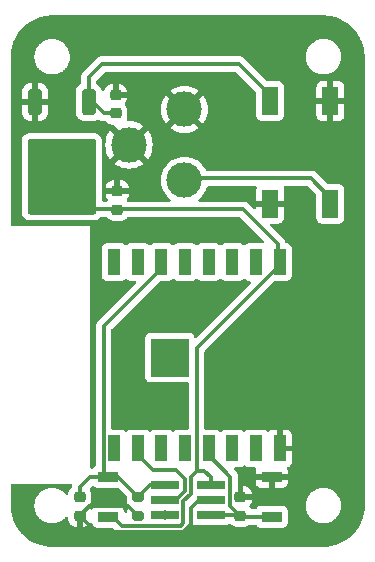
<source format=gbr>
%TF.GenerationSoftware,KiCad,Pcbnew,7.0.7*%
%TF.CreationDate,2024-03-20T19:05:46+01:00*%
%TF.ProjectId,DriverRGB_v2,44726976-6572-4524-9742-5f76322e6b69,v02*%
%TF.SameCoordinates,Original*%
%TF.FileFunction,Copper,L2,Bot*%
%TF.FilePolarity,Positive*%
%FSLAX46Y46*%
G04 Gerber Fmt 4.6, Leading zero omitted, Abs format (unit mm)*
G04 Created by KiCad (PCBNEW 7.0.7) date 2024-03-20 19:05:46*
%MOMM*%
%LPD*%
G01*
G04 APERTURE LIST*
G04 Aperture macros list*
%AMRoundRect*
0 Rectangle with rounded corners*
0 $1 Rounding radius*
0 $2 $3 $4 $5 $6 $7 $8 $9 X,Y pos of 4 corners*
0 Add a 4 corners polygon primitive as box body*
4,1,4,$2,$3,$4,$5,$6,$7,$8,$9,$2,$3,0*
0 Add four circle primitives for the rounded corners*
1,1,$1+$1,$2,$3*
1,1,$1+$1,$4,$5*
1,1,$1+$1,$6,$7*
1,1,$1+$1,$8,$9*
0 Add four rect primitives between the rounded corners*
20,1,$1+$1,$2,$3,$4,$5,0*
20,1,$1+$1,$4,$5,$6,$7,0*
20,1,$1+$1,$6,$7,$8,$9,0*
20,1,$1+$1,$8,$9,$2,$3,0*%
G04 Aperture macros list end*
%TA.AperFunction,ComponentPad*%
%ADD10C,3.000000*%
%TD*%
%TA.AperFunction,SMDPad,CuDef*%
%ADD11R,1.700000X0.900000*%
%TD*%
%TA.AperFunction,SMDPad,CuDef*%
%ADD12RoundRect,0.225000X0.250000X-0.225000X0.250000X0.225000X-0.250000X0.225000X-0.250000X-0.225000X0*%
%TD*%
%TA.AperFunction,SMDPad,CuDef*%
%ADD13RoundRect,0.200000X-0.275000X0.200000X-0.275000X-0.200000X0.275000X-0.200000X0.275000X0.200000X0*%
%TD*%
%TA.AperFunction,SMDPad,CuDef*%
%ADD14RoundRect,0.225000X-0.250000X0.225000X-0.250000X-0.225000X0.250000X-0.225000X0.250000X0.225000X0*%
%TD*%
%TA.AperFunction,SMDPad,CuDef*%
%ADD15R,2.400000X0.760000*%
%TD*%
%TA.AperFunction,SMDPad,CuDef*%
%ADD16R,1.350000X2.350000*%
%TD*%
%TA.AperFunction,SMDPad,CuDef*%
%ADD17R,1.100000X2.200000*%
%TD*%
%TA.AperFunction,SMDPad,CuDef*%
%ADD18R,3.200000X3.200000*%
%TD*%
%TA.AperFunction,SMDPad,CuDef*%
%ADD19RoundRect,0.250000X-0.350000X0.850000X-0.350000X-0.850000X0.350000X-0.850000X0.350000X0.850000X0*%
%TD*%
%TA.AperFunction,SMDPad,CuDef*%
%ADD20RoundRect,0.250000X-1.125000X1.275000X-1.125000X-1.275000X1.125000X-1.275000X1.125000X1.275000X0*%
%TD*%
%TA.AperFunction,SMDPad,CuDef*%
%ADD21RoundRect,0.249997X-2.650003X2.950003X-2.650003X-2.950003X2.650003X-2.950003X2.650003X2.950003X0*%
%TD*%
%TA.AperFunction,ViaPad*%
%ADD22C,0.800000*%
%TD*%
%TA.AperFunction,Conductor*%
%ADD23C,0.300000*%
%TD*%
%TA.AperFunction,Conductor*%
%ADD24C,0.700000*%
%TD*%
G04 APERTURE END LIST*
D10*
%TO.P,J1,1*%
%TO.N,PWR_IN*%
X146667000Y-89639400D03*
%TO.P,J1,2*%
%TO.N,GND*%
X146667000Y-83639400D03*
%TO.P,J1,3*%
X141967000Y-86639400D03*
%TD*%
D11*
%TO.P,S1,1*%
%TO.N,EN*%
X140208000Y-114735400D03*
%TO.P,S1,2*%
%TO.N,VDD*%
X140208000Y-118135400D03*
%TD*%
D12*
%TO.P,C4,1*%
%TO.N,VDD*%
X140970000Y-92113400D03*
%TO.P,C4,2*%
%TO.N,GND*%
X140970000Y-90563400D03*
%TD*%
D13*
%TO.P,R7,1*%
%TO.N,EN*%
X142748000Y-116435400D03*
%TO.P,R7,2*%
%TO.N,GND*%
X142748000Y-118085400D03*
%TD*%
D14*
%TO.P,C1,1*%
%TO.N,EN*%
X137795000Y-116471400D03*
%TO.P,C1,2*%
%TO.N,GND*%
X137795000Y-118021400D03*
%TD*%
D15*
%TO.P,J3,1,1*%
%TO.N,EN*%
X144989000Y-115419400D03*
%TO.P,J3,2,2*%
%TO.N,VDD*%
X148889000Y-115419400D03*
%TO.P,J3,3,3*%
%TO.N,TX*%
X144989000Y-116689400D03*
%TO.P,J3,4,4*%
%TO.N,GND*%
X148889000Y-116689400D03*
%TO.P,J3,5,5*%
%TO.N,RX*%
X144989000Y-117959400D03*
%TO.P,J3,6,6*%
%TO.N,IO0*%
X148889000Y-117959400D03*
%TD*%
D16*
%TO.P,D1,1,+*%
%TO.N,Net-(D1-+)*%
X153914000Y-82924400D03*
%TO.P,D1,2,-*%
%TO.N,GND*%
X159014000Y-82924400D03*
%TO.P,D1,3*%
%TO.N,PWR_IN*%
X159014000Y-91624400D03*
%TO.P,D1,4*%
%TO.N,GND*%
X153914000Y-91624400D03*
%TD*%
D17*
%TO.P,U1,1,RST*%
%TO.N,unconnected-(U1-RST-Pad1)*%
X140716000Y-96545400D03*
%TO.P,U1,2,ADC*%
%TO.N,unconnected-(U1-ADC-Pad2)*%
X142716000Y-96545400D03*
%TO.P,U1,3,EN*%
%TO.N,EN*%
X144716000Y-96545400D03*
%TO.P,U1,4,IO16*%
%TO.N,PWM_RED*%
X146716000Y-96545400D03*
%TO.P,U1,5,IO14*%
%TO.N,unconnected-(U1-IO14-Pad5)*%
X148716000Y-96545400D03*
%TO.P,U1,6,IO12*%
%TO.N,PWM_GREEN*%
X150716000Y-96545400D03*
%TO.P,U1,7,IO13*%
%TO.N,PWM_BLUE*%
X152716000Y-96545400D03*
%TO.P,U1,8,VCC*%
%TO.N,VDD*%
X154716000Y-96545400D03*
%TO.P,U1,9,GND*%
%TO.N,GND*%
X154716000Y-112345400D03*
%TO.P,U1,10,IO15*%
%TO.N,unconnected-(U1-IO15-Pad10)*%
X152716000Y-112345400D03*
%TO.P,U1,11,IO2*%
%TO.N,unconnected-(U1-IO2-Pad11)*%
X150716000Y-112345400D03*
%TO.P,U1,12,IO0*%
%TO.N,IO0*%
X148716000Y-112345400D03*
%TO.P,U1,13,IO4*%
%TO.N,unconnected-(U1-IO4-Pad13)*%
X146716000Y-112345400D03*
%TO.P,U1,14,IO5*%
%TO.N,unconnected-(U1-IO5-Pad14)*%
X144716000Y-112345400D03*
%TO.P,U1,15,RXD0*%
%TO.N,TX*%
X142716000Y-112345400D03*
%TO.P,U1,16,TXD0*%
%TO.N,RX*%
X140716000Y-112345400D03*
D18*
%TO.P,U1,17,EXP*%
%TO.N,unconnected-(U1-EXP-Pad17)*%
X145416000Y-104645400D03*
%TD*%
D19*
%TO.P,U3,1,GND*%
%TO.N,GND*%
X133997000Y-83030400D03*
D20*
%TO.P,U3,2,VO*%
%TO.N,VDD*%
X137802000Y-87655400D03*
X134752000Y-87655400D03*
D21*
X136277000Y-89330400D03*
D20*
X137802000Y-91005400D03*
X134752000Y-91005400D03*
D19*
%TO.P,U3,3,VI*%
%TO.N,Net-(D1-+)*%
X138557000Y-83030400D03*
%TD*%
D12*
%TO.P,C3,1*%
%TO.N,Net-(D1-+)*%
X140843000Y-83972400D03*
%TO.P,C3,2*%
%TO.N,GND*%
X140843000Y-82422400D03*
%TD*%
D11*
%TO.P,S2,1*%
%TO.N,GND*%
X154051000Y-114735400D03*
%TO.P,S2,2*%
%TO.N,IO0*%
X154051000Y-118135400D03*
%TD*%
D12*
%TO.P,C2,1*%
%TO.N,IO0*%
X151384000Y-118021400D03*
%TO.P,C2,2*%
%TO.N,GND*%
X151384000Y-116471400D03*
%TD*%
D22*
%TO.N,GND*%
X147345400Y-100380800D03*
X154711400Y-112318800D03*
%TO.N,PWM_RED*%
X146716000Y-96545400D03*
%TO.N,PWM_BLUE*%
X152716000Y-96545400D03*
%TO.N,PWM_GREEN*%
X150749000Y-95948000D03*
%TO.N,RX*%
X144989000Y-117959400D03*
X140716000Y-112293400D03*
%TD*%
D23*
%TO.N,EN*%
X138655000Y-114735400D02*
X140208000Y-114735400D01*
X139816000Y-102017400D02*
X144716000Y-97117400D01*
X144716000Y-97117400D02*
X144716000Y-96545400D01*
X139816000Y-114343400D02*
X139816000Y-102017400D01*
X137795000Y-115595400D02*
X138655000Y-114735400D01*
X137795000Y-116471400D02*
X137795000Y-115595400D01*
X141048000Y-114735400D02*
X142748000Y-116435400D01*
X140208000Y-114735400D02*
X139816000Y-114343400D01*
X140208000Y-114735400D02*
X141048000Y-114735400D01*
X143764000Y-115419400D02*
X144989000Y-115419400D01*
X142748000Y-116435400D02*
X143764000Y-115419400D01*
D24*
%TO.N,GND*%
X137923000Y-118021400D02*
X137795000Y-118021400D01*
D23*
X147193000Y-117375400D02*
X147193000Y-118742506D01*
X148889000Y-116689400D02*
X147879000Y-116689400D01*
X139179000Y-119405400D02*
X137795000Y-118021400D01*
X147193000Y-118742506D02*
X146530106Y-119405400D01*
X141858200Y-117195600D02*
X138620800Y-117195600D01*
X142748000Y-118085400D02*
X141858200Y-117195600D01*
X138620800Y-117195600D02*
X137795000Y-118021400D01*
X147879000Y-116689400D02*
X147193000Y-117375400D01*
X146530106Y-119405400D02*
X139179000Y-119405400D01*
%TO.N,IO0*%
X150559000Y-117196400D02*
X151384000Y-118021400D01*
X148716000Y-112345400D02*
X148716000Y-112895400D01*
X151322000Y-117959400D02*
X151384000Y-118021400D01*
X148716000Y-112895400D02*
X150559000Y-114738400D01*
X150559000Y-114738400D02*
X150559000Y-117196400D01*
X151498000Y-118135400D02*
X151384000Y-118021400D01*
X148889000Y-117959400D02*
X151322000Y-117959400D01*
X154051000Y-118135400D02*
X151498000Y-118135400D01*
%TO.N,Net-(D1-+)*%
X138557000Y-80924400D02*
X138557000Y-83030400D01*
X153914000Y-82924400D02*
X153914000Y-82438400D01*
X138885000Y-83030400D02*
X138557000Y-83030400D01*
X140843000Y-83972400D02*
X139827000Y-83972400D01*
X153914000Y-82438400D02*
X151257000Y-79781400D01*
X139827000Y-83972400D02*
X138885000Y-83030400D01*
X151257000Y-79781400D02*
X139700000Y-79781400D01*
X139700000Y-79781400D02*
X138557000Y-80924400D01*
%TO.N,VDD*%
X151638000Y-92100400D02*
X138897000Y-92100400D01*
X154569600Y-95177600D02*
X154569600Y-95032000D01*
X148352500Y-114231400D02*
X147701000Y-114231400D01*
X147701000Y-103837400D02*
X154716000Y-96822400D01*
X141351000Y-118897400D02*
X146331000Y-118897400D01*
X147185000Y-116183506D02*
X147185000Y-114753293D01*
X146331000Y-118897400D02*
X146558000Y-118670400D01*
X147182054Y-114750346D02*
X147701000Y-114231400D01*
X146558000Y-118670400D02*
X146558000Y-116810506D01*
X147185000Y-114753293D02*
X147182054Y-114750346D01*
X148889000Y-114767900D02*
X148352500Y-114231400D01*
X140208000Y-118135400D02*
X140589000Y-118135400D01*
X148889000Y-115419400D02*
X148889000Y-114767900D01*
X140589000Y-118135400D02*
X141351000Y-118897400D01*
X154569600Y-96821600D02*
X154569600Y-96544600D01*
X147701000Y-114231400D02*
X147701000Y-103837400D01*
X138897000Y-92100400D02*
X137802000Y-91005400D01*
X146558000Y-116810506D02*
X147185000Y-116183506D01*
X154569600Y-95032000D02*
X151638000Y-92100400D01*
X154569600Y-96544600D02*
X154569600Y-95177600D01*
%TO.N,PWR_IN*%
X157373000Y-89464400D02*
X146842000Y-89464400D01*
X159014000Y-91105400D02*
X157373000Y-89464400D01*
X159014000Y-91624400D02*
X159014000Y-91105400D01*
X146842000Y-89464400D02*
X146667000Y-89639400D01*
%TO.N,unconnected-(U1-IO14-Pad5)*%
X148716000Y-96036400D02*
X148716000Y-96545400D01*
%TO.N,PWM_GREEN*%
X150716000Y-96195400D02*
X150716000Y-95981000D01*
X150716000Y-95981000D02*
X150716000Y-96545400D01*
X150749000Y-95948000D02*
X150716000Y-95981000D01*
%TO.N,TX*%
X145923000Y-114198400D02*
X144018000Y-114198400D01*
X146685000Y-115976400D02*
X146685000Y-114960400D01*
X142716000Y-112896400D02*
X142716000Y-112345400D01*
X146685000Y-114960400D02*
X145923000Y-114198400D01*
X145972000Y-116689400D02*
X146685000Y-115976400D01*
X144018000Y-114198400D02*
X142716000Y-112896400D01*
X144989000Y-116689400D02*
X145972000Y-116689400D01*
%TO.N,RX*%
X144989000Y-117959400D02*
X143969000Y-117959400D01*
%TD*%
%TA.AperFunction,Conductor*%
%TO.N,GND*%
G36*
X158426554Y-75675975D02*
G01*
X158531288Y-75681119D01*
X158577212Y-75683375D01*
X158771628Y-75693565D01*
X158777428Y-75694145D01*
X158946522Y-75719228D01*
X159122627Y-75747121D01*
X159127936Y-75748204D01*
X159297086Y-75790573D01*
X159466351Y-75835928D01*
X159471170Y-75837433D01*
X159636806Y-75896699D01*
X159799305Y-75959076D01*
X159803551Y-75960893D01*
X159963407Y-76036499D01*
X160118044Y-76115290D01*
X160121731Y-76117332D01*
X160273916Y-76208548D01*
X160400638Y-76290842D01*
X160419300Y-76302962D01*
X160422466Y-76305161D01*
X160565275Y-76411075D01*
X160700028Y-76520195D01*
X160702625Y-76522421D01*
X160833485Y-76641026D01*
X160835679Y-76643115D01*
X160957283Y-76764719D01*
X160959382Y-76766923D01*
X161077969Y-76897764D01*
X161080209Y-76900377D01*
X161116864Y-76945643D01*
X161189324Y-77035124D01*
X161295237Y-77177932D01*
X161297436Y-77181098D01*
X161391856Y-77326490D01*
X161483054Y-77478645D01*
X161485118Y-77482373D01*
X161563900Y-77636992D01*
X161639498Y-77796832D01*
X161641333Y-77801120D01*
X161663621Y-77859184D01*
X161703702Y-77963596D01*
X161707558Y-77974374D01*
X161762959Y-78129209D01*
X161764471Y-78134051D01*
X161809825Y-78303311D01*
X161852188Y-78472433D01*
X161853283Y-78477801D01*
X161881177Y-78653916D01*
X161906249Y-78822938D01*
X161906835Y-78828794D01*
X161917043Y-79023571D01*
X161924425Y-79173845D01*
X161924500Y-79176888D01*
X161924500Y-79221285D01*
X161925220Y-79227982D01*
X161925220Y-117173906D01*
X161925147Y-117176900D01*
X161924759Y-117184901D01*
X161917750Y-117329445D01*
X161908021Y-117517489D01*
X161907450Y-117523270D01*
X161882818Y-117691527D01*
X161855841Y-117864118D01*
X161854774Y-117869420D01*
X161813260Y-118037414D01*
X161769287Y-118203769D01*
X161767813Y-118208554D01*
X161709787Y-118373024D01*
X161649233Y-118533032D01*
X161647443Y-118537277D01*
X161573446Y-118696069D01*
X161496884Y-118848617D01*
X161494871Y-118852310D01*
X161405587Y-119003655D01*
X161313758Y-119147388D01*
X161311612Y-119150531D01*
X161207883Y-119292829D01*
X161101679Y-119426362D01*
X161099488Y-119428968D01*
X160983300Y-119559636D01*
X160981250Y-119561832D01*
X160862779Y-119682731D01*
X160860625Y-119684826D01*
X160732355Y-119803624D01*
X160729795Y-119805868D01*
X160598432Y-119914769D01*
X160458281Y-120021351D01*
X160455183Y-120023560D01*
X160313316Y-120118304D01*
X160163842Y-120210620D01*
X160160191Y-120212707D01*
X160009194Y-120292365D01*
X159851958Y-120369555D01*
X159847751Y-120371430D01*
X159688984Y-120435227D01*
X159525733Y-120496573D01*
X159520978Y-120498144D01*
X159355566Y-120545476D01*
X159188438Y-120590392D01*
X159183159Y-120591566D01*
X159011202Y-120622030D01*
X158843419Y-120650079D01*
X158837651Y-120650767D01*
X158649641Y-120664321D01*
X158562956Y-120670289D01*
X158498131Y-120674752D01*
X158493888Y-120674898D01*
X135454529Y-120674898D01*
X135451487Y-120674823D01*
X135300400Y-120667402D01*
X135106416Y-120657236D01*
X135100560Y-120656650D01*
X134931317Y-120631545D01*
X134755424Y-120603686D01*
X134750056Y-120602591D01*
X134580790Y-120560193D01*
X134411678Y-120514879D01*
X134406847Y-120513370D01*
X134300307Y-120475250D01*
X134241120Y-120454072D01*
X134078746Y-120391742D01*
X134074455Y-120389906D01*
X133914529Y-120314268D01*
X133760006Y-120235533D01*
X133756278Y-120233470D01*
X133604038Y-120142222D01*
X133458736Y-120047861D01*
X133455570Y-120045662D01*
X133312676Y-119939685D01*
X133178023Y-119830646D01*
X133175404Y-119828401D01*
X133044481Y-119709740D01*
X133042277Y-119707641D01*
X132920757Y-119586121D01*
X132918658Y-119583917D01*
X132898641Y-119561832D01*
X132825430Y-119481055D01*
X132799997Y-119452994D01*
X132797752Y-119450375D01*
X132688714Y-119315723D01*
X132582736Y-119172828D01*
X132580537Y-119169662D01*
X132550335Y-119123155D01*
X132486182Y-119024369D01*
X132394928Y-118872120D01*
X132392864Y-118868392D01*
X132367886Y-118819370D01*
X132314134Y-118713876D01*
X132276156Y-118633579D01*
X132238492Y-118553943D01*
X132236656Y-118549652D01*
X132230276Y-118533032D01*
X132174332Y-118387294D01*
X132115018Y-118221522D01*
X132113525Y-118216741D01*
X132068206Y-118047609D01*
X132025804Y-117878329D01*
X132024716Y-117872994D01*
X131996862Y-117697133D01*
X131971745Y-117527809D01*
X131971164Y-117522007D01*
X131960990Y-117327855D01*
X131955782Y-117221854D01*
X131953575Y-117176913D01*
X131953500Y-117173871D01*
X131953500Y-115440000D01*
X131973185Y-115372961D01*
X132025989Y-115327206D01*
X132077500Y-115316000D01*
X137035278Y-115316000D01*
X137102317Y-115335685D01*
X137148072Y-115388489D01*
X137158016Y-115457647D01*
X137155382Y-115470838D01*
X137144500Y-115513217D01*
X137144500Y-115534444D01*
X137142973Y-115553844D01*
X137139652Y-115574805D01*
X137139500Y-115579658D01*
X137117716Y-115646045D01*
X137096962Y-115668224D01*
X137097063Y-115668325D01*
X137094045Y-115671342D01*
X137092475Y-115673021D01*
X137091958Y-115673429D01*
X136972029Y-115793359D01*
X136883001Y-115937694D01*
X136882996Y-115937705D01*
X136829651Y-116098690D01*
X136824851Y-116145669D01*
X136798454Y-116210361D01*
X136741272Y-116250511D01*
X136671461Y-116253373D01*
X136611185Y-116218038D01*
X136610263Y-116217047D01*
X136575606Y-116179399D01*
X136572291Y-116175485D01*
X136564384Y-116165326D01*
X136562711Y-116161085D01*
X136557253Y-116155157D01*
X136551398Y-116151220D01*
X136541918Y-116142492D01*
X136538294Y-116138868D01*
X136501306Y-116098689D01*
X136472744Y-116067662D01*
X136451870Y-116051415D01*
X136396378Y-116008223D01*
X136392462Y-116004907D01*
X136382970Y-115996167D01*
X136380624Y-115992263D01*
X136374279Y-115987324D01*
X136367845Y-115984400D01*
X136357055Y-115977350D01*
X136352893Y-115974378D01*
X136345501Y-115968625D01*
X136276509Y-115914926D01*
X136276504Y-115914923D01*
X136276503Y-115914922D01*
X136227906Y-115888623D01*
X136191380Y-115868856D01*
X136186985Y-115866237D01*
X136176190Y-115859184D01*
X136173227Y-115855713D01*
X136166156Y-115851886D01*
X136159332Y-115850061D01*
X136147528Y-115844883D01*
X136142925Y-115842633D01*
X136057816Y-115796575D01*
X136057813Y-115796574D01*
X136057810Y-115796572D01*
X136057804Y-115796570D01*
X136057802Y-115796569D01*
X135966258Y-115765142D01*
X135961480Y-115763277D01*
X135949690Y-115758105D01*
X135946199Y-115755171D01*
X135938584Y-115752556D01*
X135931562Y-115751881D01*
X135927750Y-115750916D01*
X135919080Y-115748720D01*
X135914168Y-115747258D01*
X135822614Y-115715829D01*
X135727141Y-115699896D01*
X135722128Y-115698845D01*
X135709648Y-115695686D01*
X135705715Y-115693362D01*
X135697768Y-115692036D01*
X135690719Y-115692527D01*
X135677888Y-115691463D01*
X135672804Y-115690830D01*
X135577336Y-115674900D01*
X135577335Y-115674900D01*
X135480541Y-115674900D01*
X135475428Y-115674688D01*
X135464122Y-115673751D01*
X135462583Y-115673624D01*
X135458328Y-115671982D01*
X135450279Y-115671982D01*
X135443414Y-115673624D01*
X135433435Y-115674451D01*
X135433291Y-115674463D01*
X135430606Y-115674685D01*
X135425495Y-115674900D01*
X135328665Y-115674900D01*
X135233194Y-115690830D01*
X135228109Y-115691464D01*
X135215277Y-115692527D01*
X135210806Y-115691607D01*
X135202862Y-115692932D01*
X135196355Y-115695685D01*
X135183872Y-115698845D01*
X135178857Y-115699897D01*
X135083383Y-115715829D01*
X134991835Y-115747256D01*
X134986929Y-115748717D01*
X134974450Y-115751878D01*
X134969890Y-115751707D01*
X134962261Y-115754325D01*
X134956304Y-115758107D01*
X134944515Y-115763279D01*
X134939740Y-115765142D01*
X134848194Y-115796570D01*
X134848183Y-115796575D01*
X134763084Y-115842628D01*
X134758479Y-115844879D01*
X134746662Y-115850063D01*
X134742135Y-115850644D01*
X134735061Y-115854472D01*
X134729804Y-115859186D01*
X134719009Y-115866239D01*
X134714607Y-115868861D01*
X134629493Y-115914924D01*
X134629489Y-115914926D01*
X134553108Y-115974376D01*
X134548944Y-115977350D01*
X134541967Y-115981909D01*
X134538138Y-115984410D01*
X134533771Y-115985727D01*
X134527428Y-115990664D01*
X134523025Y-115996171D01*
X134513532Y-116004910D01*
X134509620Y-116008224D01*
X134433255Y-116067662D01*
X134367696Y-116138877D01*
X134364071Y-116142502D01*
X134354596Y-116151224D01*
X134350509Y-116153240D01*
X134345043Y-116159178D01*
X134341604Y-116165340D01*
X134333699Y-116175495D01*
X134330390Y-116179401D01*
X134264836Y-116250615D01*
X134211903Y-116331633D01*
X134208931Y-116335797D01*
X134202308Y-116344308D01*
X134200990Y-116346001D01*
X134197294Y-116348659D01*
X134192900Y-116355384D01*
X134190520Y-116362031D01*
X134184387Y-116373362D01*
X134181764Y-116377764D01*
X134128828Y-116458790D01*
X134089951Y-116547418D01*
X134087702Y-116552019D01*
X134081566Y-116563359D01*
X134078349Y-116566600D01*
X134075116Y-116573971D01*
X134073863Y-116580917D01*
X134069674Y-116593117D01*
X134067811Y-116597893D01*
X134050982Y-116636261D01*
X134028939Y-116686516D01*
X134028936Y-116686522D01*
X134005177Y-116780340D01*
X134003715Y-116785251D01*
X133999533Y-116797433D01*
X133996896Y-116801155D01*
X133994917Y-116808970D01*
X133994825Y-116816022D01*
X133992707Y-116828719D01*
X133991654Y-116833739D01*
X133967891Y-116927578D01*
X133967891Y-116927583D01*
X133959899Y-117024030D01*
X133959265Y-117029115D01*
X133957144Y-117041825D01*
X133955155Y-117045931D01*
X133954490Y-117053961D01*
X133955560Y-117060930D01*
X133955561Y-117073822D01*
X133955349Y-117078951D01*
X133947481Y-117173906D01*
X133947357Y-117175400D01*
X133955143Y-117269368D01*
X133955349Y-117271847D01*
X133955561Y-117276976D01*
X133955560Y-117289868D01*
X133954274Y-117294243D01*
X133954940Y-117302269D01*
X133957144Y-117308973D01*
X133959265Y-117321683D01*
X133959899Y-117326769D01*
X133967891Y-117423216D01*
X133967891Y-117423218D01*
X133991654Y-117517059D01*
X133992707Y-117522079D01*
X133994825Y-117534774D01*
X133994277Y-117539302D01*
X133996256Y-117547115D01*
X133999532Y-117553362D01*
X134003714Y-117565545D01*
X134005177Y-117570458D01*
X134028432Y-117662287D01*
X134028937Y-117664281D01*
X134043309Y-117697045D01*
X134067810Y-117752903D01*
X134069675Y-117757683D01*
X134073864Y-117769888D01*
X134074069Y-117774440D01*
X134077304Y-117781815D01*
X134081567Y-117787443D01*
X134087700Y-117798777D01*
X134089949Y-117803378D01*
X134128826Y-117892005D01*
X134181764Y-117973034D01*
X134184389Y-117977439D01*
X134190521Y-117988771D01*
X134191473Y-117993231D01*
X134195879Y-117999975D01*
X134201009Y-118004822D01*
X134208927Y-118014996D01*
X134211903Y-118019166D01*
X134262371Y-118096412D01*
X134264836Y-118100185D01*
X134268096Y-118103726D01*
X134330391Y-118171398D01*
X134333706Y-118175311D01*
X134341612Y-118185470D01*
X134343284Y-118189708D01*
X134348752Y-118195649D01*
X134354599Y-118199578D01*
X134364079Y-118208304D01*
X134367703Y-118211929D01*
X134433257Y-118283139D01*
X134509624Y-118342578D01*
X134513539Y-118345893D01*
X134523026Y-118354627D01*
X134525373Y-118358533D01*
X134531730Y-118363481D01*
X134538150Y-118366398D01*
X134546868Y-118372093D01*
X134548293Y-118373024D01*
X134548935Y-118373443D01*
X134553091Y-118376409D01*
X134629491Y-118435874D01*
X134714634Y-118481951D01*
X134719010Y-118484559D01*
X134729811Y-118491616D01*
X134732772Y-118495086D01*
X134739844Y-118498914D01*
X134746664Y-118500736D01*
X134758483Y-118505921D01*
X134763057Y-118508156D01*
X134848190Y-118554228D01*
X134939767Y-118585666D01*
X134944480Y-118587505D01*
X134956300Y-118592690D01*
X134959791Y-118595624D01*
X134967421Y-118598243D01*
X134974432Y-118598917D01*
X134982378Y-118600928D01*
X134986935Y-118602082D01*
X134991823Y-118603537D01*
X135057307Y-118626018D01*
X135083385Y-118634971D01*
X135178857Y-118650902D01*
X135183861Y-118651950D01*
X135196359Y-118655115D01*
X135200285Y-118657434D01*
X135208240Y-118658762D01*
X135215274Y-118658271D01*
X135228122Y-118659336D01*
X135233187Y-118659967D01*
X135328665Y-118675900D01*
X135328666Y-118675900D01*
X135425436Y-118675900D01*
X135430556Y-118676112D01*
X135442551Y-118677105D01*
X135443419Y-118677177D01*
X135447680Y-118678821D01*
X135455715Y-118678821D01*
X135462579Y-118677178D01*
X135475453Y-118676112D01*
X135480574Y-118675900D01*
X135577330Y-118675900D01*
X135577335Y-118675900D01*
X135672854Y-118659960D01*
X135677850Y-118659338D01*
X135690730Y-118658271D01*
X135695193Y-118659189D01*
X135703141Y-118657863D01*
X135709623Y-118655119D01*
X135722158Y-118651945D01*
X135727105Y-118650908D01*
X135822614Y-118634971D01*
X135914198Y-118603529D01*
X135919055Y-118602084D01*
X135931568Y-118598916D01*
X135936120Y-118599087D01*
X135943741Y-118596471D01*
X135949691Y-118592693D01*
X135961501Y-118587513D01*
X135966251Y-118585660D01*
X136057810Y-118554228D01*
X136142970Y-118508141D01*
X136147522Y-118505917D01*
X136159340Y-118500734D01*
X136163865Y-118500152D01*
X136170935Y-118496326D01*
X136176190Y-118491615D01*
X136186999Y-118484553D01*
X136191361Y-118481953D01*
X136276509Y-118435874D01*
X136352937Y-118376386D01*
X136357025Y-118373468D01*
X136367856Y-118366393D01*
X136372221Y-118365076D01*
X136378568Y-118360135D01*
X136382972Y-118354628D01*
X136392462Y-118345892D01*
X136396349Y-118342598D01*
X136472744Y-118283138D01*
X136538313Y-118211910D01*
X136541909Y-118208314D01*
X136551405Y-118199572D01*
X136555489Y-118197557D01*
X136560949Y-118191626D01*
X136564384Y-118185473D01*
X136572315Y-118175283D01*
X136575583Y-118171424D01*
X136604773Y-118139715D01*
X136664658Y-118103726D01*
X136734496Y-118105827D01*
X136792112Y-118145351D01*
X136819213Y-118209751D01*
X136820000Y-118223698D01*
X136820000Y-118294706D01*
X136820001Y-118294723D01*
X136830144Y-118394007D01*
X136883452Y-118554881D01*
X136883457Y-118554892D01*
X136972424Y-118699128D01*
X136972427Y-118699132D01*
X137092267Y-118818972D01*
X137092271Y-118818975D01*
X137236507Y-118907942D01*
X137236518Y-118907947D01*
X137397393Y-118961255D01*
X137496683Y-118971399D01*
X137544999Y-118971398D01*
X137545000Y-118971398D01*
X137545000Y-117895400D01*
X137564685Y-117828361D01*
X137617489Y-117782606D01*
X137669000Y-117771400D01*
X137921000Y-117771400D01*
X137988039Y-117791085D01*
X138033794Y-117843889D01*
X138045000Y-117895400D01*
X138045000Y-118971399D01*
X138093308Y-118971399D01*
X138093322Y-118971398D01*
X138192607Y-118961255D01*
X138353481Y-118907947D01*
X138353492Y-118907942D01*
X138497728Y-118818975D01*
X138497732Y-118818972D01*
X138617573Y-118699131D01*
X138639437Y-118663684D01*
X138691384Y-118616959D01*
X138760346Y-118605736D01*
X138824429Y-118633579D01*
X138859638Y-118686196D01*
X138861198Y-118685615D01*
X138914202Y-118827728D01*
X138914206Y-118827735D01*
X139000452Y-118942944D01*
X139000455Y-118942947D01*
X139115664Y-119029193D01*
X139115671Y-119029197D01*
X139250517Y-119079491D01*
X139250516Y-119079491D01*
X139257444Y-119080235D01*
X139310127Y-119085900D01*
X140568191Y-119085899D01*
X140635230Y-119105584D01*
X140655872Y-119122218D01*
X140830564Y-119296909D01*
X140840640Y-119309486D01*
X140840827Y-119309332D01*
X140845795Y-119315337D01*
X140898260Y-119364605D01*
X140919961Y-119386307D01*
X140919965Y-119386310D01*
X140919966Y-119386311D01*
X140925759Y-119390804D01*
X140930191Y-119394590D01*
X140965607Y-119427848D01*
X140972517Y-119431647D01*
X140984207Y-119438074D01*
X141000468Y-119448755D01*
X141017237Y-119461763D01*
X141061827Y-119481058D01*
X141067056Y-119483620D01*
X141109632Y-119507027D01*
X141130193Y-119512305D01*
X141148597Y-119518607D01*
X141168074Y-119527036D01*
X141202392Y-119532471D01*
X141216054Y-119534635D01*
X141221764Y-119535817D01*
X141268823Y-119547900D01*
X141290045Y-119547900D01*
X141309442Y-119549426D01*
X141330405Y-119552747D01*
X141375104Y-119548521D01*
X141378770Y-119548175D01*
X141384608Y-119547900D01*
X146245495Y-119547900D01*
X146261505Y-119549667D01*
X146261528Y-119549426D01*
X146269289Y-119550158D01*
X146269296Y-119550160D01*
X146341203Y-119547900D01*
X146371925Y-119547900D01*
X146379190Y-119546981D01*
X146385016Y-119546522D01*
X146433569Y-119544997D01*
X146453956Y-119539073D01*
X146472996Y-119535131D01*
X146494058Y-119532471D01*
X146539235Y-119514583D01*
X146544735Y-119512700D01*
X146591398Y-119499144D01*
X146609665Y-119488339D01*
X146627136Y-119479780D01*
X146646871Y-119471968D01*
X146686177Y-119443410D01*
X146691043Y-119440213D01*
X146732865Y-119415481D01*
X146747870Y-119400475D01*
X146762668Y-119387836D01*
X146764773Y-119386307D01*
X146779837Y-119375363D01*
X146810809Y-119337922D01*
X146814723Y-119333621D01*
X146957513Y-119190831D01*
X146970079Y-119180765D01*
X146969925Y-119180578D01*
X146975937Y-119175604D01*
X146975937Y-119175603D01*
X146975940Y-119175602D01*
X147025190Y-119123155D01*
X147046911Y-119101435D01*
X147051401Y-119095645D01*
X147055183Y-119091215D01*
X147088448Y-119055793D01*
X147098674Y-119037190D01*
X147109353Y-119020933D01*
X147122362Y-119004164D01*
X147141656Y-118959575D01*
X147144212Y-118954356D01*
X147167627Y-118911768D01*
X147172905Y-118891206D01*
X147179207Y-118872799D01*
X147187635Y-118853327D01*
X147192854Y-118820371D01*
X147222781Y-118757239D01*
X147282092Y-118720306D01*
X147351954Y-118721302D01*
X147389637Y-118740502D01*
X147411995Y-118757239D01*
X147446668Y-118783195D01*
X147446671Y-118783197D01*
X147581517Y-118833491D01*
X147581516Y-118833491D01*
X147588444Y-118834235D01*
X147641127Y-118839900D01*
X150136872Y-118839899D01*
X150196483Y-118833491D01*
X150331331Y-118783196D01*
X150372233Y-118752577D01*
X150424575Y-118713394D01*
X150490039Y-118688976D01*
X150558312Y-118703827D01*
X150586567Y-118724979D01*
X150680955Y-118819367D01*
X150680959Y-118819370D01*
X150825294Y-118908398D01*
X150825297Y-118908399D01*
X150825303Y-118908403D01*
X150986292Y-118961749D01*
X151085655Y-118971900D01*
X151682344Y-118971899D01*
X151682352Y-118971898D01*
X151682355Y-118971898D01*
X151736760Y-118966340D01*
X151781708Y-118961749D01*
X151942697Y-118908403D01*
X152087044Y-118819368D01*
X152087049Y-118819362D01*
X152092707Y-118814890D01*
X152094187Y-118816761D01*
X152145516Y-118788734D01*
X152171874Y-118785900D01*
X152663820Y-118785900D01*
X152730859Y-118805585D01*
X152763085Y-118835587D01*
X152843454Y-118942946D01*
X152868572Y-118961749D01*
X152958664Y-119029193D01*
X152958671Y-119029197D01*
X153093517Y-119079491D01*
X153093516Y-119079491D01*
X153100444Y-119080235D01*
X153153127Y-119085900D01*
X154948872Y-119085899D01*
X155008483Y-119079491D01*
X155143331Y-119029196D01*
X155258546Y-118942946D01*
X155344796Y-118827731D01*
X155395091Y-118692883D01*
X155401500Y-118633273D01*
X155401499Y-117637528D01*
X155395091Y-117577917D01*
X155378999Y-117534773D01*
X155344797Y-117443071D01*
X155344793Y-117443064D01*
X155258547Y-117327855D01*
X155258544Y-117327852D01*
X155143335Y-117241606D01*
X155143328Y-117241602D01*
X155008482Y-117191308D01*
X155008483Y-117191308D01*
X154948883Y-117184901D01*
X154948881Y-117184900D01*
X154948873Y-117184900D01*
X154948864Y-117184900D01*
X153153129Y-117184900D01*
X153153123Y-117184901D01*
X153093516Y-117191308D01*
X152958671Y-117241602D01*
X152958664Y-117241606D01*
X152843456Y-117327852D01*
X152843455Y-117327853D01*
X152843454Y-117327854D01*
X152763087Y-117435211D01*
X152707153Y-117477082D01*
X152663820Y-117484900D01*
X152363480Y-117484900D01*
X152296441Y-117465215D01*
X152257943Y-117425999D01*
X152206968Y-117343356D01*
X152197339Y-117333727D01*
X152163854Y-117272404D01*
X152168838Y-117202712D01*
X152186392Y-117175400D01*
X156919357Y-117175400D01*
X156927143Y-117269368D01*
X156927350Y-117271856D01*
X156927562Y-117276979D01*
X156927562Y-117289856D01*
X156926274Y-117294239D01*
X156926940Y-117302271D01*
X156929143Y-117308970D01*
X156931264Y-117321679D01*
X156931899Y-117326767D01*
X156939891Y-117423216D01*
X156939891Y-117423218D01*
X156963654Y-117517059D01*
X156964707Y-117522079D01*
X156966825Y-117534774D01*
X156966277Y-117539302D01*
X156968256Y-117547115D01*
X156971532Y-117553362D01*
X156975714Y-117565545D01*
X156977177Y-117570458D01*
X157000432Y-117662287D01*
X157000937Y-117664281D01*
X157015309Y-117697045D01*
X157039810Y-117752903D01*
X157041675Y-117757683D01*
X157045864Y-117769888D01*
X157046069Y-117774440D01*
X157049304Y-117781815D01*
X157053567Y-117787443D01*
X157059700Y-117798777D01*
X157061949Y-117803378D01*
X157100826Y-117892005D01*
X157153764Y-117973034D01*
X157156389Y-117977439D01*
X157162521Y-117988771D01*
X157163473Y-117993231D01*
X157167879Y-117999975D01*
X157173009Y-118004822D01*
X157180927Y-118014996D01*
X157183903Y-118019166D01*
X157234371Y-118096412D01*
X157236836Y-118100185D01*
X157240096Y-118103726D01*
X157302391Y-118171398D01*
X157305706Y-118175311D01*
X157313612Y-118185470D01*
X157315284Y-118189708D01*
X157320752Y-118195649D01*
X157326599Y-118199578D01*
X157336079Y-118208304D01*
X157339703Y-118211929D01*
X157405257Y-118283139D01*
X157481624Y-118342578D01*
X157485539Y-118345893D01*
X157495026Y-118354627D01*
X157497373Y-118358533D01*
X157503730Y-118363481D01*
X157510150Y-118366398D01*
X157518868Y-118372093D01*
X157520293Y-118373024D01*
X157520935Y-118373443D01*
X157525091Y-118376409D01*
X157601491Y-118435874D01*
X157686634Y-118481951D01*
X157691010Y-118484559D01*
X157701811Y-118491616D01*
X157704772Y-118495086D01*
X157711844Y-118498914D01*
X157718664Y-118500736D01*
X157730483Y-118505921D01*
X157735057Y-118508156D01*
X157820190Y-118554228D01*
X157911767Y-118585666D01*
X157916480Y-118587505D01*
X157928300Y-118592690D01*
X157931791Y-118595624D01*
X157939421Y-118598243D01*
X157946432Y-118598917D01*
X157954378Y-118600928D01*
X157958935Y-118602082D01*
X157963823Y-118603537D01*
X158029307Y-118626018D01*
X158055385Y-118634971D01*
X158150857Y-118650902D01*
X158155861Y-118651950D01*
X158168359Y-118655115D01*
X158172285Y-118657434D01*
X158180240Y-118658762D01*
X158187274Y-118658271D01*
X158200122Y-118659336D01*
X158205187Y-118659967D01*
X158300665Y-118675900D01*
X158300666Y-118675900D01*
X158397436Y-118675900D01*
X158402556Y-118676112D01*
X158414551Y-118677105D01*
X158415419Y-118677177D01*
X158419680Y-118678821D01*
X158427715Y-118678821D01*
X158434579Y-118677178D01*
X158447453Y-118676112D01*
X158452574Y-118675900D01*
X158549330Y-118675900D01*
X158549335Y-118675900D01*
X158644854Y-118659960D01*
X158649850Y-118659338D01*
X158662730Y-118658271D01*
X158667193Y-118659189D01*
X158675141Y-118657863D01*
X158681623Y-118655119D01*
X158694158Y-118651945D01*
X158699105Y-118650908D01*
X158794614Y-118634971D01*
X158886198Y-118603529D01*
X158891055Y-118602084D01*
X158903568Y-118598916D01*
X158908120Y-118599087D01*
X158915741Y-118596471D01*
X158921691Y-118592693D01*
X158933501Y-118587513D01*
X158938251Y-118585660D01*
X159029810Y-118554228D01*
X159114970Y-118508141D01*
X159119522Y-118505917D01*
X159131340Y-118500734D01*
X159135865Y-118500152D01*
X159142935Y-118496326D01*
X159148190Y-118491615D01*
X159158999Y-118484553D01*
X159163361Y-118481953D01*
X159248509Y-118435874D01*
X159324937Y-118376386D01*
X159329025Y-118373468D01*
X159339856Y-118366393D01*
X159344221Y-118365076D01*
X159350568Y-118360135D01*
X159354972Y-118354628D01*
X159364462Y-118345892D01*
X159368349Y-118342598D01*
X159444744Y-118283138D01*
X159510313Y-118211910D01*
X159513909Y-118208314D01*
X159523405Y-118199572D01*
X159527489Y-118197557D01*
X159532949Y-118191626D01*
X159536384Y-118185473D01*
X159544315Y-118175283D01*
X159547585Y-118171422D01*
X159613164Y-118100185D01*
X159666124Y-118019123D01*
X159669055Y-118015018D01*
X159677004Y-118004805D01*
X159680699Y-118002146D01*
X159685104Y-117995404D01*
X159687481Y-117988765D01*
X159693621Y-117977420D01*
X159696224Y-117973050D01*
X159749173Y-117892007D01*
X159788052Y-117803370D01*
X159790290Y-117798791D01*
X159796434Y-117787438D01*
X159799649Y-117784199D01*
X159802882Y-117776827D01*
X159804135Y-117769883D01*
X159808329Y-117757666D01*
X159810170Y-117752946D01*
X159849063Y-117664281D01*
X159872832Y-117570419D01*
X159874280Y-117565556D01*
X159878467Y-117553360D01*
X159881103Y-117549638D01*
X159883081Y-117541828D01*
X159883174Y-117534773D01*
X159885299Y-117522038D01*
X159886344Y-117517059D01*
X159910108Y-117423221D01*
X159918103Y-117326733D01*
X159918734Y-117321678D01*
X159923508Y-117293069D01*
X159922688Y-117287328D01*
X159923088Y-117267985D01*
X159923283Y-117264214D01*
X159930643Y-117175400D01*
X159930516Y-117173871D01*
X159927245Y-117134397D01*
X159923283Y-117086589D01*
X159923088Y-117082810D01*
X159922688Y-117063472D01*
X159923789Y-117059416D01*
X159921539Y-117045931D01*
X159918731Y-117029104D01*
X159918102Y-117024060D01*
X159910108Y-116927579D01*
X159909949Y-116926953D01*
X159898677Y-116882439D01*
X159886341Y-116833727D01*
X159885295Y-116828734D01*
X159885292Y-116828719D01*
X159883175Y-116816027D01*
X159883721Y-116811502D01*
X159881743Y-116803687D01*
X159878466Y-116797437D01*
X159874283Y-116785251D01*
X159872830Y-116780376D01*
X159849063Y-116686519D01*
X159810180Y-116597875D01*
X159808326Y-116593125D01*
X159804133Y-116580909D01*
X159803927Y-116576353D01*
X159800699Y-116568992D01*
X159796435Y-116563362D01*
X159790298Y-116552021D01*
X159788052Y-116547429D01*
X159750456Y-116461717D01*
X159749173Y-116458792D01*
X159696231Y-116377758D01*
X159693618Y-116373373D01*
X159687477Y-116362026D01*
X159686524Y-116357567D01*
X159682122Y-116350828D01*
X159676994Y-116345981D01*
X159669081Y-116335815D01*
X159666102Y-116331643D01*
X159613164Y-116250615D01*
X159583175Y-116218038D01*
X159547606Y-116179399D01*
X159544291Y-116175485D01*
X159536384Y-116165326D01*
X159534711Y-116161085D01*
X159529253Y-116155157D01*
X159523398Y-116151220D01*
X159513918Y-116142492D01*
X159510294Y-116138868D01*
X159473306Y-116098689D01*
X159444744Y-116067662D01*
X159423870Y-116051415D01*
X159368378Y-116008223D01*
X159364462Y-116004907D01*
X159354970Y-115996167D01*
X159352624Y-115992263D01*
X159346279Y-115987324D01*
X159339845Y-115984400D01*
X159329055Y-115977350D01*
X159324893Y-115974378D01*
X159317501Y-115968625D01*
X159248509Y-115914926D01*
X159248504Y-115914923D01*
X159248503Y-115914922D01*
X159199906Y-115888623D01*
X159163380Y-115868856D01*
X159158985Y-115866237D01*
X159148190Y-115859184D01*
X159145227Y-115855713D01*
X159138156Y-115851886D01*
X159131332Y-115850061D01*
X159119528Y-115844883D01*
X159114925Y-115842633D01*
X159029816Y-115796575D01*
X159029813Y-115796574D01*
X159029810Y-115796572D01*
X159029804Y-115796570D01*
X159029802Y-115796569D01*
X158938258Y-115765142D01*
X158933480Y-115763277D01*
X158921690Y-115758105D01*
X158918199Y-115755171D01*
X158910584Y-115752556D01*
X158903562Y-115751881D01*
X158899750Y-115750916D01*
X158891080Y-115748720D01*
X158886168Y-115747258D01*
X158794614Y-115715829D01*
X158699141Y-115699896D01*
X158694128Y-115698845D01*
X158681648Y-115695686D01*
X158677715Y-115693362D01*
X158669768Y-115692036D01*
X158662719Y-115692527D01*
X158649888Y-115691463D01*
X158644804Y-115690830D01*
X158549336Y-115674900D01*
X158549335Y-115674900D01*
X158452541Y-115674900D01*
X158447428Y-115674688D01*
X158436122Y-115673751D01*
X158434583Y-115673624D01*
X158430328Y-115671982D01*
X158422279Y-115671982D01*
X158415414Y-115673624D01*
X158405435Y-115674451D01*
X158405291Y-115674463D01*
X158402606Y-115674685D01*
X158397495Y-115674900D01*
X158300665Y-115674900D01*
X158205194Y-115690830D01*
X158200109Y-115691464D01*
X158187277Y-115692527D01*
X158182806Y-115691607D01*
X158174862Y-115692932D01*
X158168355Y-115695685D01*
X158155872Y-115698845D01*
X158150857Y-115699897D01*
X158055383Y-115715829D01*
X157963835Y-115747256D01*
X157958929Y-115748717D01*
X157946450Y-115751878D01*
X157941890Y-115751707D01*
X157934261Y-115754325D01*
X157928304Y-115758107D01*
X157916515Y-115763279D01*
X157911740Y-115765142D01*
X157820194Y-115796570D01*
X157820183Y-115796575D01*
X157735084Y-115842628D01*
X157730479Y-115844879D01*
X157718662Y-115850063D01*
X157714135Y-115850644D01*
X157707061Y-115854472D01*
X157701804Y-115859186D01*
X157691009Y-115866239D01*
X157686607Y-115868861D01*
X157601493Y-115914924D01*
X157601489Y-115914926D01*
X157525108Y-115974376D01*
X157520944Y-115977350D01*
X157513967Y-115981909D01*
X157510138Y-115984410D01*
X157505771Y-115985727D01*
X157499428Y-115990664D01*
X157495025Y-115996171D01*
X157485532Y-116004910D01*
X157481620Y-116008224D01*
X157405255Y-116067662D01*
X157339696Y-116138877D01*
X157336071Y-116142502D01*
X157326596Y-116151224D01*
X157322509Y-116153240D01*
X157317043Y-116159178D01*
X157313604Y-116165340D01*
X157305699Y-116175495D01*
X157302390Y-116179401D01*
X157236836Y-116250615D01*
X157183903Y-116331633D01*
X157180931Y-116335797D01*
X157174308Y-116344308D01*
X157172990Y-116346001D01*
X157169294Y-116348659D01*
X157164900Y-116355384D01*
X157162520Y-116362031D01*
X157156387Y-116373362D01*
X157153764Y-116377764D01*
X157100828Y-116458790D01*
X157061951Y-116547418D01*
X157059702Y-116552019D01*
X157053566Y-116563359D01*
X157050349Y-116566600D01*
X157047116Y-116573971D01*
X157045863Y-116580917D01*
X157041674Y-116593117D01*
X157039811Y-116597893D01*
X157022982Y-116636261D01*
X157000939Y-116686516D01*
X157000936Y-116686522D01*
X156977177Y-116780340D01*
X156975715Y-116785251D01*
X156971533Y-116797433D01*
X156968896Y-116801155D01*
X156966917Y-116808970D01*
X156966825Y-116816022D01*
X156964707Y-116828719D01*
X156963654Y-116833739D01*
X156939891Y-116927578D01*
X156939891Y-116927583D01*
X156931899Y-117024031D01*
X156931264Y-117029119D01*
X156929143Y-117041828D01*
X156927156Y-117045930D01*
X156926490Y-117053963D01*
X156927562Y-117060942D01*
X156927562Y-117073819D01*
X156927350Y-117078942D01*
X156919481Y-117173906D01*
X156919357Y-117175400D01*
X152186392Y-117175400D01*
X152197345Y-117158359D01*
X152206573Y-117149131D01*
X152295542Y-117004892D01*
X152295547Y-117004881D01*
X152348855Y-116844006D01*
X152358999Y-116744722D01*
X152359000Y-116744709D01*
X152359000Y-116721400D01*
X151333500Y-116721400D01*
X151266461Y-116701715D01*
X151220706Y-116648911D01*
X151209500Y-116597400D01*
X151209500Y-115521400D01*
X151634000Y-115521400D01*
X151634000Y-116221400D01*
X152358999Y-116221400D01*
X152358999Y-116198092D01*
X152358998Y-116198077D01*
X152348855Y-116098792D01*
X152295547Y-115937918D01*
X152295542Y-115937907D01*
X152206575Y-115793671D01*
X152206572Y-115793667D01*
X152086732Y-115673827D01*
X152086728Y-115673824D01*
X151942492Y-115584857D01*
X151942481Y-115584852D01*
X151781606Y-115531544D01*
X151682322Y-115521400D01*
X151634000Y-115521400D01*
X151209500Y-115521400D01*
X151209500Y-114985400D01*
X152701000Y-114985400D01*
X152701000Y-115233244D01*
X152707401Y-115292772D01*
X152707403Y-115292779D01*
X152757645Y-115427486D01*
X152757649Y-115427493D01*
X152843809Y-115542587D01*
X152843812Y-115542590D01*
X152958906Y-115628750D01*
X152958913Y-115628754D01*
X153093620Y-115678996D01*
X153093627Y-115678998D01*
X153153155Y-115685399D01*
X153153172Y-115685400D01*
X153801000Y-115685400D01*
X153801000Y-114985400D01*
X154301000Y-114985400D01*
X154301000Y-115685400D01*
X154948828Y-115685400D01*
X154948844Y-115685399D01*
X155008372Y-115678998D01*
X155008379Y-115678996D01*
X155143086Y-115628754D01*
X155143093Y-115628750D01*
X155258187Y-115542590D01*
X155258190Y-115542587D01*
X155344350Y-115427493D01*
X155344354Y-115427486D01*
X155394596Y-115292779D01*
X155394598Y-115292772D01*
X155400999Y-115233244D01*
X155401000Y-115233227D01*
X155401000Y-114985400D01*
X154301000Y-114985400D01*
X153801000Y-114985400D01*
X152701000Y-114985400D01*
X151209500Y-114985400D01*
X151209500Y-114823903D01*
X151211268Y-114807891D01*
X151211026Y-114807869D01*
X151211760Y-114800106D01*
X151209500Y-114728182D01*
X151209500Y-114697477D01*
X151209500Y-114697475D01*
X151208579Y-114690192D01*
X151208123Y-114684387D01*
X151208050Y-114682055D01*
X151206598Y-114635831D01*
X151200676Y-114615450D01*
X151196731Y-114596395D01*
X151194072Y-114575349D01*
X151194071Y-114575348D01*
X151194071Y-114575342D01*
X151176189Y-114530179D01*
X151174300Y-114524659D01*
X151172044Y-114516894D01*
X151160745Y-114478002D01*
X151160142Y-114476983D01*
X151149936Y-114459724D01*
X151141378Y-114442255D01*
X151133568Y-114422529D01*
X151105006Y-114383218D01*
X151101818Y-114378364D01*
X151077081Y-114336535D01*
X151062074Y-114321528D01*
X151049435Y-114306730D01*
X151036961Y-114289560D01*
X150999528Y-114258594D01*
X150995206Y-114254660D01*
X150898126Y-114157580D01*
X150864641Y-114096257D01*
X150869625Y-114026565D01*
X150911497Y-113970632D01*
X150976961Y-113946215D01*
X150985807Y-113945899D01*
X151313871Y-113945899D01*
X151313872Y-113945899D01*
X151373483Y-113939491D01*
X151508331Y-113889196D01*
X151623546Y-113802946D01*
X151623548Y-113802942D01*
X151628319Y-113798173D01*
X151689642Y-113764688D01*
X151759334Y-113769672D01*
X151803681Y-113798173D01*
X151808455Y-113802947D01*
X151923664Y-113889193D01*
X151923671Y-113889197D01*
X151968618Y-113905960D01*
X152058517Y-113939491D01*
X152118127Y-113945900D01*
X152615386Y-113945899D01*
X152682424Y-113965583D01*
X152728179Y-114018387D01*
X152738123Y-114087546D01*
X152731567Y-114113231D01*
X152707403Y-114178016D01*
X152707401Y-114178027D01*
X152701000Y-114237555D01*
X152701000Y-114485400D01*
X155401000Y-114485400D01*
X155401000Y-114237572D01*
X155400999Y-114237555D01*
X155394598Y-114178027D01*
X155394597Y-114178023D01*
X155357075Y-114077422D01*
X155352091Y-114007730D01*
X155385576Y-113946407D01*
X155429925Y-113917906D01*
X155508084Y-113888755D01*
X155508093Y-113888750D01*
X155623187Y-113802590D01*
X155623190Y-113802587D01*
X155709350Y-113687493D01*
X155709354Y-113687486D01*
X155759596Y-113552779D01*
X155759598Y-113552772D01*
X155765999Y-113493244D01*
X155766000Y-113493227D01*
X155766000Y-112595400D01*
X154590000Y-112595400D01*
X154522961Y-112575715D01*
X154477206Y-112522911D01*
X154466000Y-112471400D01*
X154466000Y-110745400D01*
X154966000Y-110745400D01*
X154966000Y-112095400D01*
X155766000Y-112095400D01*
X155766000Y-111197572D01*
X155765999Y-111197555D01*
X155759598Y-111138027D01*
X155759596Y-111138020D01*
X155709354Y-111003313D01*
X155709350Y-111003306D01*
X155623190Y-110888212D01*
X155623187Y-110888209D01*
X155508093Y-110802049D01*
X155508086Y-110802045D01*
X155373379Y-110751803D01*
X155373372Y-110751801D01*
X155313844Y-110745400D01*
X154966000Y-110745400D01*
X154466000Y-110745400D01*
X154118155Y-110745400D01*
X154058627Y-110751801D01*
X154058620Y-110751803D01*
X153923913Y-110802045D01*
X153923906Y-110802049D01*
X153808812Y-110888209D01*
X153804038Y-110892984D01*
X153742715Y-110926469D01*
X153673023Y-110921485D01*
X153628676Y-110892984D01*
X153623544Y-110887852D01*
X153508335Y-110801606D01*
X153508328Y-110801602D01*
X153373482Y-110751308D01*
X153373483Y-110751308D01*
X153313883Y-110744901D01*
X153313881Y-110744900D01*
X153313873Y-110744900D01*
X153313864Y-110744900D01*
X152118129Y-110744900D01*
X152118123Y-110744901D01*
X152058516Y-110751308D01*
X151923671Y-110801602D01*
X151923664Y-110801606D01*
X151808455Y-110887852D01*
X151803681Y-110892627D01*
X151742358Y-110926112D01*
X151672666Y-110921128D01*
X151628319Y-110892627D01*
X151623544Y-110887852D01*
X151508335Y-110801606D01*
X151508328Y-110801602D01*
X151373482Y-110751308D01*
X151373483Y-110751308D01*
X151313883Y-110744901D01*
X151313881Y-110744900D01*
X151313873Y-110744900D01*
X151313864Y-110744900D01*
X150118129Y-110744900D01*
X150118123Y-110744901D01*
X150058516Y-110751308D01*
X149923671Y-110801602D01*
X149923664Y-110801606D01*
X149808455Y-110887852D01*
X149803681Y-110892627D01*
X149742358Y-110926112D01*
X149672666Y-110921128D01*
X149628319Y-110892627D01*
X149623544Y-110887852D01*
X149508335Y-110801606D01*
X149508328Y-110801602D01*
X149373482Y-110751308D01*
X149373483Y-110751308D01*
X149313883Y-110744901D01*
X149313881Y-110744900D01*
X149313873Y-110744900D01*
X149313865Y-110744900D01*
X148475500Y-110744900D01*
X148408461Y-110725215D01*
X148362706Y-110672411D01*
X148351500Y-110620900D01*
X148351500Y-104158207D01*
X148371185Y-104091168D01*
X148387814Y-104070531D01*
X154276127Y-98182217D01*
X154337450Y-98148733D01*
X154363808Y-98145899D01*
X155313871Y-98145899D01*
X155313872Y-98145899D01*
X155373483Y-98139491D01*
X155508331Y-98089196D01*
X155623546Y-98002946D01*
X155709796Y-97887731D01*
X155760091Y-97752883D01*
X155766500Y-97693273D01*
X155766499Y-95397528D01*
X155760091Y-95337917D01*
X155709796Y-95203069D01*
X155709795Y-95203068D01*
X155709793Y-95203064D01*
X155623547Y-95087855D01*
X155623544Y-95087852D01*
X155508335Y-95001606D01*
X155508328Y-95001602D01*
X155373482Y-94951308D01*
X155373483Y-94951308D01*
X155313875Y-94944900D01*
X155312387Y-94944820D01*
X155312061Y-94944705D01*
X155310572Y-94944545D01*
X155310609Y-94944192D01*
X155246503Y-94921559D01*
X155203762Y-94866647D01*
X155202807Y-94864234D01*
X155186786Y-94823772D01*
X155184897Y-94818251D01*
X155171343Y-94771599D01*
X155160541Y-94753335D01*
X155151979Y-94735858D01*
X155150934Y-94733219D01*
X155144168Y-94716129D01*
X155115614Y-94676828D01*
X155112410Y-94671950D01*
X155087682Y-94630137D01*
X155087681Y-94630135D01*
X155072674Y-94615128D01*
X155060035Y-94600330D01*
X155047561Y-94583160D01*
X155010128Y-94552194D01*
X155005806Y-94548260D01*
X153968627Y-93511081D01*
X153935142Y-93449758D01*
X153940126Y-93380066D01*
X153981998Y-93324133D01*
X154047462Y-93299716D01*
X154056308Y-93299400D01*
X154636828Y-93299400D01*
X154636844Y-93299399D01*
X154696372Y-93292998D01*
X154696379Y-93292996D01*
X154831086Y-93242754D01*
X154831093Y-93242750D01*
X154946187Y-93156590D01*
X154946190Y-93156587D01*
X155032350Y-93041493D01*
X155032354Y-93041486D01*
X155082596Y-92906779D01*
X155082598Y-92906772D01*
X155088999Y-92847244D01*
X155089000Y-92847227D01*
X155089000Y-91874400D01*
X152739000Y-91874400D01*
X152739000Y-91982091D01*
X152719315Y-92049130D01*
X152666511Y-92094885D01*
X152597353Y-92104829D01*
X152533797Y-92075804D01*
X152527319Y-92069772D01*
X152158434Y-91700888D01*
X152148361Y-91688314D01*
X152148174Y-91688470D01*
X152143201Y-91682459D01*
X152090756Y-91633210D01*
X152069035Y-91611489D01*
X152063240Y-91606994D01*
X152058798Y-91603199D01*
X152023396Y-91569954D01*
X152023388Y-91569948D01*
X152004792Y-91559725D01*
X151988531Y-91549044D01*
X151971763Y-91536037D01*
X151948295Y-91525882D01*
X151927178Y-91516743D01*
X151921956Y-91514186D01*
X151879368Y-91490773D01*
X151879365Y-91490772D01*
X151858801Y-91485492D01*
X151840396Y-91479190D01*
X151820927Y-91470765D01*
X151820921Y-91470763D01*
X151772951Y-91463166D01*
X151767236Y-91461982D01*
X151750772Y-91457755D01*
X151720180Y-91449900D01*
X151720177Y-91449900D01*
X151698955Y-91449900D01*
X151679555Y-91448373D01*
X151658596Y-91445053D01*
X151658595Y-91445053D01*
X151637301Y-91447066D01*
X151610230Y-91449625D01*
X151604392Y-91449900D01*
X147959201Y-91449900D01*
X147892162Y-91430215D01*
X147846407Y-91377411D01*
X147836463Y-91308253D01*
X147865488Y-91244697D01*
X147884891Y-91226633D01*
X147980387Y-91155145D01*
X147980387Y-91155144D01*
X147980395Y-91155139D01*
X148182739Y-90952795D01*
X148354226Y-90723715D01*
X148491367Y-90472561D01*
X148591369Y-90204446D01*
X148591371Y-90204433D01*
X148591511Y-90203962D01*
X148591600Y-90203822D01*
X148592916Y-90200296D01*
X148593683Y-90200582D01*
X148629287Y-90145185D01*
X148692843Y-90116162D01*
X148710487Y-90114900D01*
X152651520Y-90114900D01*
X152718559Y-90134585D01*
X152764314Y-90187389D01*
X152774258Y-90256547D01*
X152767702Y-90282232D01*
X152745403Y-90342017D01*
X152745401Y-90342027D01*
X152739000Y-90401555D01*
X152739000Y-91374400D01*
X155089000Y-91374400D01*
X155089000Y-90401572D01*
X155088999Y-90401555D01*
X155082598Y-90342027D01*
X155082596Y-90342017D01*
X155060298Y-90282232D01*
X155055314Y-90212541D01*
X155088800Y-90151218D01*
X155150123Y-90117734D01*
X155176480Y-90114900D01*
X157052192Y-90114900D01*
X157119231Y-90134585D01*
X157139873Y-90151219D01*
X157802181Y-90813527D01*
X157835666Y-90874850D01*
X157838500Y-90901208D01*
X157838500Y-92847270D01*
X157838501Y-92847276D01*
X157844908Y-92906883D01*
X157895202Y-93041728D01*
X157895206Y-93041735D01*
X157981452Y-93156944D01*
X157981455Y-93156947D01*
X158096664Y-93243193D01*
X158096671Y-93243197D01*
X158231517Y-93293491D01*
X158231516Y-93293491D01*
X158238444Y-93294235D01*
X158291127Y-93299900D01*
X159736872Y-93299899D01*
X159796483Y-93293491D01*
X159931331Y-93243196D01*
X160046546Y-93156946D01*
X160132796Y-93041731D01*
X160183091Y-92906883D01*
X160189500Y-92847273D01*
X160189499Y-90401528D01*
X160183091Y-90341917D01*
X160132796Y-90207069D01*
X160132795Y-90207068D01*
X160132793Y-90207064D01*
X160046547Y-90091855D01*
X160046544Y-90091852D01*
X159931335Y-90005606D01*
X159931328Y-90005602D01*
X159796482Y-89955308D01*
X159796483Y-89955308D01*
X159736883Y-89948901D01*
X159736881Y-89948900D01*
X159736873Y-89948900D01*
X159736865Y-89948900D01*
X158828808Y-89948900D01*
X158761769Y-89929215D01*
X158741127Y-89912581D01*
X157893434Y-89064888D01*
X157883361Y-89052314D01*
X157883174Y-89052470D01*
X157878201Y-89046459D01*
X157825756Y-88997210D01*
X157804035Y-88975489D01*
X157798240Y-88970994D01*
X157793798Y-88967199D01*
X157758396Y-88933954D01*
X157758388Y-88933948D01*
X157739792Y-88923725D01*
X157723531Y-88913044D01*
X157706763Y-88900037D01*
X157683295Y-88889882D01*
X157662178Y-88880743D01*
X157656956Y-88878186D01*
X157614368Y-88854773D01*
X157614365Y-88854772D01*
X157593801Y-88849492D01*
X157575396Y-88843190D01*
X157555927Y-88834765D01*
X157555921Y-88834763D01*
X157507951Y-88827166D01*
X157502236Y-88825982D01*
X157485772Y-88821755D01*
X157455180Y-88813900D01*
X157455177Y-88813900D01*
X157433955Y-88813900D01*
X157414555Y-88812373D01*
X157393596Y-88809053D01*
X157393595Y-88809053D01*
X157369786Y-88811303D01*
X157345230Y-88813625D01*
X157339392Y-88813900D01*
X148569123Y-88813900D01*
X148502084Y-88794215D01*
X148460291Y-88749327D01*
X148354229Y-88555090D01*
X148354224Y-88555082D01*
X148182745Y-88326012D01*
X148182729Y-88325994D01*
X147980405Y-88123670D01*
X147980387Y-88123654D01*
X147751317Y-87952175D01*
X147751309Y-87952170D01*
X147500166Y-87815035D01*
X147500167Y-87815035D01*
X147392914Y-87775032D01*
X147232046Y-87715031D01*
X147232043Y-87715030D01*
X147232037Y-87715028D01*
X146952433Y-87654204D01*
X146667001Y-87633790D01*
X146666999Y-87633790D01*
X146381566Y-87654204D01*
X146101962Y-87715028D01*
X145833833Y-87815035D01*
X145582690Y-87952170D01*
X145582682Y-87952175D01*
X145353612Y-88123654D01*
X145353594Y-88123670D01*
X145151270Y-88325994D01*
X145151254Y-88326012D01*
X144979775Y-88555082D01*
X144979770Y-88555090D01*
X144842635Y-88806233D01*
X144742628Y-89074362D01*
X144681804Y-89353966D01*
X144661390Y-89639398D01*
X144661390Y-89639401D01*
X144681804Y-89924833D01*
X144742628Y-90204437D01*
X144742630Y-90204443D01*
X144742631Y-90204446D01*
X144842633Y-90472561D01*
X144842635Y-90472566D01*
X144979770Y-90723709D01*
X144979775Y-90723717D01*
X145151254Y-90952787D01*
X145151270Y-90952805D01*
X145353594Y-91155129D01*
X145353612Y-91155145D01*
X145449109Y-91226633D01*
X145490981Y-91282567D01*
X145495965Y-91352258D01*
X145462480Y-91413581D01*
X145401157Y-91447066D01*
X145374799Y-91449900D01*
X141883168Y-91449900D01*
X141816129Y-91430215D01*
X141770374Y-91377411D01*
X141760430Y-91308253D01*
X141788387Y-91247033D01*
X141788092Y-91246800D01*
X141789045Y-91245594D01*
X141789455Y-91244697D01*
X141791441Y-91242563D01*
X141792573Y-91241131D01*
X141881542Y-91096892D01*
X141881547Y-91096881D01*
X141934855Y-90936006D01*
X141944999Y-90836722D01*
X141945000Y-90836709D01*
X141945000Y-90813400D01*
X139995001Y-90813400D01*
X139995001Y-90836722D01*
X140005144Y-90936007D01*
X140058452Y-91096881D01*
X140058457Y-91096892D01*
X140147424Y-91241128D01*
X140151905Y-91246795D01*
X140150013Y-91248290D01*
X140177999Y-91299542D01*
X140173015Y-91369234D01*
X140131143Y-91425167D01*
X140065679Y-91449584D01*
X140056833Y-91449900D01*
X139801500Y-91449900D01*
X139734461Y-91430215D01*
X139688706Y-91377411D01*
X139677500Y-91325900D01*
X139677500Y-90313400D01*
X139995000Y-90313400D01*
X140720000Y-90313400D01*
X140720000Y-89613400D01*
X141220000Y-89613400D01*
X141220000Y-90313400D01*
X141944999Y-90313400D01*
X141944999Y-90290092D01*
X141944998Y-90290077D01*
X141934855Y-90190792D01*
X141881547Y-90029918D01*
X141881542Y-90029907D01*
X141792575Y-89885671D01*
X141792572Y-89885667D01*
X141672732Y-89765827D01*
X141672728Y-89765824D01*
X141528492Y-89676857D01*
X141528481Y-89676852D01*
X141367606Y-89623544D01*
X141268322Y-89613400D01*
X141220000Y-89613400D01*
X140720000Y-89613400D01*
X140719999Y-89613399D01*
X140671693Y-89613400D01*
X140671675Y-89613401D01*
X140572392Y-89623544D01*
X140411518Y-89676852D01*
X140411507Y-89676857D01*
X140267271Y-89765824D01*
X140267267Y-89765827D01*
X140147427Y-89885667D01*
X140147424Y-89885671D01*
X140058457Y-90029907D01*
X140058452Y-90029918D01*
X140005144Y-90190793D01*
X139995000Y-90290077D01*
X139995000Y-90313400D01*
X139677500Y-90313400D01*
X139677500Y-86330393D01*
X139677499Y-86330380D01*
X139675188Y-86307759D01*
X139666999Y-86227600D01*
X139611815Y-86061064D01*
X139611811Y-86061058D01*
X139611810Y-86061055D01*
X139519714Y-85911746D01*
X139519711Y-85911742D01*
X139395657Y-85787688D01*
X139395653Y-85787685D01*
X139246344Y-85695589D01*
X139246338Y-85695586D01*
X139246336Y-85695585D01*
X139227671Y-85689400D01*
X139079801Y-85640401D01*
X138977019Y-85629900D01*
X138977012Y-85629900D01*
X133576988Y-85629900D01*
X133576980Y-85629900D01*
X133474198Y-85640401D01*
X133307666Y-85695584D01*
X133307655Y-85695589D01*
X133158346Y-85787685D01*
X133158342Y-85787688D01*
X133034288Y-85911742D01*
X133034285Y-85911746D01*
X132942189Y-86061055D01*
X132942184Y-86061066D01*
X132887001Y-86227598D01*
X132876500Y-86330380D01*
X132876500Y-92330419D01*
X132887001Y-92433201D01*
X132942184Y-92599733D01*
X132942189Y-92599744D01*
X133034285Y-92749053D01*
X133034288Y-92749057D01*
X133158342Y-92873111D01*
X133158346Y-92873114D01*
X133307655Y-92965210D01*
X133307658Y-92965211D01*
X133307664Y-92965215D01*
X133474200Y-93020399D01*
X133576988Y-93030900D01*
X133576991Y-93030900D01*
X133576993Y-93030900D01*
X138977007Y-93030900D01*
X138977012Y-93030900D01*
X139079800Y-93020399D01*
X139246336Y-92965215D01*
X139395657Y-92873112D01*
X139481550Y-92787219D01*
X139542873Y-92753734D01*
X139569231Y-92750900D01*
X140055126Y-92750900D01*
X140122165Y-92770585D01*
X140142807Y-92787219D01*
X140266955Y-92911367D01*
X140266959Y-92911370D01*
X140411294Y-93000398D01*
X140411297Y-93000399D01*
X140411303Y-93000403D01*
X140572292Y-93053749D01*
X140671655Y-93063900D01*
X141268344Y-93063899D01*
X141268352Y-93063898D01*
X141268355Y-93063898D01*
X141322760Y-93058340D01*
X141367708Y-93053749D01*
X141528697Y-93000403D01*
X141673044Y-92911368D01*
X141792968Y-92791444D01*
X141792968Y-92791443D01*
X141797193Y-92787219D01*
X141858516Y-92753734D01*
X141884874Y-92750900D01*
X151317192Y-92750900D01*
X151384231Y-92770585D01*
X151404873Y-92787219D01*
X153350873Y-94733219D01*
X153384358Y-94794542D01*
X153379374Y-94864234D01*
X153337502Y-94920167D01*
X153272038Y-94944584D01*
X153263192Y-94944900D01*
X152118129Y-94944900D01*
X152118123Y-94944901D01*
X152058516Y-94951308D01*
X151923671Y-95001602D01*
X151923664Y-95001606D01*
X151808455Y-95087852D01*
X151803681Y-95092627D01*
X151742358Y-95126112D01*
X151672666Y-95121128D01*
X151628319Y-95092627D01*
X151623544Y-95087852D01*
X151508335Y-95001606D01*
X151508328Y-95001602D01*
X151373482Y-94951308D01*
X151373483Y-94951308D01*
X151313883Y-94944901D01*
X151313881Y-94944900D01*
X151313873Y-94944900D01*
X151313864Y-94944900D01*
X150118129Y-94944900D01*
X150118123Y-94944901D01*
X150058516Y-94951308D01*
X149923671Y-95001602D01*
X149923664Y-95001606D01*
X149808455Y-95087852D01*
X149803681Y-95092627D01*
X149742358Y-95126112D01*
X149672666Y-95121128D01*
X149628319Y-95092627D01*
X149623544Y-95087852D01*
X149508335Y-95001606D01*
X149508328Y-95001602D01*
X149373482Y-94951308D01*
X149373483Y-94951308D01*
X149313883Y-94944901D01*
X149313881Y-94944900D01*
X149313873Y-94944900D01*
X149313864Y-94944900D01*
X148118129Y-94944900D01*
X148118123Y-94944901D01*
X148058516Y-94951308D01*
X147923671Y-95001602D01*
X147923664Y-95001606D01*
X147808455Y-95087852D01*
X147803681Y-95092627D01*
X147742358Y-95126112D01*
X147672666Y-95121128D01*
X147628319Y-95092627D01*
X147623544Y-95087852D01*
X147508335Y-95001606D01*
X147508328Y-95001602D01*
X147373482Y-94951308D01*
X147373483Y-94951308D01*
X147313883Y-94944901D01*
X147313881Y-94944900D01*
X147313873Y-94944900D01*
X147313864Y-94944900D01*
X146118129Y-94944900D01*
X146118123Y-94944901D01*
X146058516Y-94951308D01*
X145923671Y-95001602D01*
X145923664Y-95001606D01*
X145808455Y-95087852D01*
X145803681Y-95092627D01*
X145742358Y-95126112D01*
X145672666Y-95121128D01*
X145628319Y-95092627D01*
X145623544Y-95087852D01*
X145508335Y-95001606D01*
X145508328Y-95001602D01*
X145373482Y-94951308D01*
X145373483Y-94951308D01*
X145313883Y-94944901D01*
X145313881Y-94944900D01*
X145313873Y-94944900D01*
X145313864Y-94944900D01*
X144118129Y-94944900D01*
X144118123Y-94944901D01*
X144058516Y-94951308D01*
X143923671Y-95001602D01*
X143923664Y-95001606D01*
X143808455Y-95087852D01*
X143803681Y-95092627D01*
X143742358Y-95126112D01*
X143672666Y-95121128D01*
X143628319Y-95092627D01*
X143623544Y-95087852D01*
X143508335Y-95001606D01*
X143508328Y-95001602D01*
X143373482Y-94951308D01*
X143373483Y-94951308D01*
X143313883Y-94944901D01*
X143313881Y-94944900D01*
X143313873Y-94944900D01*
X143313864Y-94944900D01*
X142118129Y-94944900D01*
X142118123Y-94944901D01*
X142058516Y-94951308D01*
X141923671Y-95001602D01*
X141923664Y-95001606D01*
X141808455Y-95087852D01*
X141803681Y-95092627D01*
X141742358Y-95126112D01*
X141672666Y-95121128D01*
X141628319Y-95092627D01*
X141623544Y-95087852D01*
X141508335Y-95001606D01*
X141508328Y-95001602D01*
X141373482Y-94951308D01*
X141373483Y-94951308D01*
X141313883Y-94944901D01*
X141313881Y-94944900D01*
X141313873Y-94944900D01*
X141313864Y-94944900D01*
X140118129Y-94944900D01*
X140118123Y-94944901D01*
X140058516Y-94951308D01*
X139923671Y-95001602D01*
X139923664Y-95001606D01*
X139808455Y-95087852D01*
X139808452Y-95087855D01*
X139722206Y-95203064D01*
X139722202Y-95203071D01*
X139671908Y-95337917D01*
X139665501Y-95397516D01*
X139665501Y-95397523D01*
X139665500Y-95397535D01*
X139665500Y-97693270D01*
X139665501Y-97693276D01*
X139671908Y-97752883D01*
X139722202Y-97887728D01*
X139722206Y-97887735D01*
X139808452Y-98002944D01*
X139808455Y-98002947D01*
X139923664Y-98089193D01*
X139923671Y-98089197D01*
X140058517Y-98139491D01*
X140058516Y-98139491D01*
X140065444Y-98140235D01*
X140118127Y-98145900D01*
X141313872Y-98145899D01*
X141373483Y-98139491D01*
X141508331Y-98089196D01*
X141623546Y-98002946D01*
X141623548Y-98002942D01*
X141628319Y-97998173D01*
X141689642Y-97964688D01*
X141759334Y-97969672D01*
X141803681Y-97998173D01*
X141808455Y-98002947D01*
X141923664Y-98089193D01*
X141923671Y-98089197D01*
X141968618Y-98105960D01*
X142058517Y-98139491D01*
X142118127Y-98145900D01*
X142468192Y-98145899D01*
X142535230Y-98165583D01*
X142580985Y-98218387D01*
X142590929Y-98287546D01*
X142561904Y-98351101D01*
X142555872Y-98357580D01*
X139416483Y-101496969D01*
X139403910Y-101507043D01*
X139404065Y-101507230D01*
X139398059Y-101512198D01*
X139373434Y-101538421D01*
X139348809Y-101564644D01*
X139337949Y-101575504D01*
X139327088Y-101586365D01*
X139327078Y-101586377D01*
X139322587Y-101592165D01*
X139318801Y-101596597D01*
X139285552Y-101632006D01*
X139275322Y-101650613D01*
X139264646Y-101666864D01*
X139251640Y-101683632D01*
X139251636Y-101683638D01*
X139232348Y-101728211D01*
X139229777Y-101733458D01*
X139206372Y-101776030D01*
X139206372Y-101776031D01*
X139201091Y-101796599D01*
X139194791Y-101815001D01*
X139186364Y-101834473D01*
X139178766Y-101882447D01*
X139177581Y-101888170D01*
X139165500Y-101935218D01*
X139165500Y-101956444D01*
X139163973Y-101975844D01*
X139160653Y-101996803D01*
X139165225Y-102045167D01*
X139165500Y-102051006D01*
X139165500Y-113742230D01*
X139145815Y-113809269D01*
X139115812Y-113841496D01*
X139000454Y-113927854D01*
X138929477Y-114022665D01*
X138873542Y-114064536D01*
X138803851Y-114069519D01*
X138742528Y-114036033D01*
X138709044Y-113974709D01*
X138706212Y-113948657D01*
X138658600Y-93522800D01*
X132077500Y-93522800D01*
X132010461Y-93503115D01*
X131964706Y-93450311D01*
X131953500Y-93398800D01*
X131953500Y-83280400D01*
X132897001Y-83280400D01*
X132897001Y-83930386D01*
X132907494Y-84033097D01*
X132962641Y-84199519D01*
X132962643Y-84199524D01*
X133054684Y-84348745D01*
X133178654Y-84472715D01*
X133327875Y-84564756D01*
X133327880Y-84564758D01*
X133494302Y-84619905D01*
X133494309Y-84619906D01*
X133597019Y-84630399D01*
X133746999Y-84630399D01*
X133747000Y-84630398D01*
X133747000Y-83280400D01*
X134247000Y-83280400D01*
X134247000Y-84630399D01*
X134396972Y-84630399D01*
X134396986Y-84630398D01*
X134499697Y-84619905D01*
X134666119Y-84564758D01*
X134666124Y-84564756D01*
X134815345Y-84472715D01*
X134939315Y-84348745D01*
X135031356Y-84199524D01*
X135031358Y-84199519D01*
X135086505Y-84033097D01*
X135086506Y-84033090D01*
X135096997Y-83930401D01*
X137456500Y-83930401D01*
X137456501Y-83930418D01*
X137467000Y-84033196D01*
X137467001Y-84033199D01*
X137522185Y-84199731D01*
X137522187Y-84199736D01*
X137537091Y-84223899D01*
X137614288Y-84349056D01*
X137738344Y-84473112D01*
X137887666Y-84565214D01*
X138054203Y-84620399D01*
X138156991Y-84630900D01*
X138957008Y-84630899D01*
X138957016Y-84630898D01*
X138957019Y-84630898D01*
X139020365Y-84624427D01*
X139059797Y-84620399D01*
X139226334Y-84565214D01*
X139319738Y-84507601D01*
X139387130Y-84489161D01*
X139444573Y-84504478D01*
X139448094Y-84506414D01*
X139460206Y-84513073D01*
X139476470Y-84523757D01*
X139493232Y-84536760D01*
X139493235Y-84536761D01*
X139493236Y-84536762D01*
X139537823Y-84556056D01*
X139543059Y-84558621D01*
X139585632Y-84582027D01*
X139601340Y-84586059D01*
X139606186Y-84587304D01*
X139624598Y-84593607D01*
X139644073Y-84602035D01*
X139692071Y-84609637D01*
X139697740Y-84610811D01*
X139744823Y-84622900D01*
X139766051Y-84622900D01*
X139785448Y-84624426D01*
X139806403Y-84627745D01*
X139806404Y-84627746D01*
X139806404Y-84627745D01*
X139806405Y-84627746D01*
X139854760Y-84623175D01*
X139860599Y-84622900D01*
X139941126Y-84622900D01*
X140008165Y-84642585D01*
X140028807Y-84659219D01*
X140139955Y-84770367D01*
X140139959Y-84770370D01*
X140284294Y-84859398D01*
X140284297Y-84859399D01*
X140284303Y-84859403D01*
X140445292Y-84912749D01*
X140544655Y-84922900D01*
X140617005Y-84922899D01*
X140684043Y-84942583D01*
X140729799Y-84995386D01*
X140740689Y-85055743D01*
X140740435Y-85059282D01*
X141388930Y-85707776D01*
X141422415Y-85769099D01*
X141417431Y-85838790D01*
X141382020Y-85889543D01*
X141356157Y-85911746D01*
X141274896Y-85981506D01*
X141274894Y-85981507D01*
X141274892Y-85981510D01*
X141221740Y-86050177D01*
X141165139Y-86091141D01*
X141095376Y-86095001D01*
X141036003Y-86061957D01*
X140386883Y-85412836D01*
X140386882Y-85412837D01*
X140280196Y-85555353D01*
X140280191Y-85555361D01*
X140143091Y-85806441D01*
X140043109Y-86074504D01*
X139982300Y-86354037D01*
X139961891Y-86639398D01*
X139961891Y-86639401D01*
X139982300Y-86924762D01*
X140043109Y-87204295D01*
X140143091Y-87472358D01*
X140280191Y-87723438D01*
X140280196Y-87723446D01*
X140386882Y-87865961D01*
X140386883Y-87865962D01*
X141032804Y-87220041D01*
X141094127Y-87186556D01*
X141163818Y-87191540D01*
X141210359Y-87222290D01*
X141345001Y-87363934D01*
X141345004Y-87363936D01*
X141345005Y-87363937D01*
X141364372Y-87377417D01*
X141371366Y-87382285D01*
X141415145Y-87436738D01*
X141422535Y-87506216D01*
X141391188Y-87568660D01*
X141388211Y-87571741D01*
X140740436Y-88219515D01*
X140882960Y-88326207D01*
X140882961Y-88326208D01*
X141134042Y-88463308D01*
X141134041Y-88463308D01*
X141402104Y-88563290D01*
X141681637Y-88624099D01*
X141966999Y-88644509D01*
X141967001Y-88644509D01*
X142252362Y-88624099D01*
X142531895Y-88563290D01*
X142799958Y-88463308D01*
X143051047Y-88326203D01*
X143193561Y-88219516D01*
X143193562Y-88219515D01*
X142545068Y-87571022D01*
X142511583Y-87509699D01*
X142516567Y-87440008D01*
X142551975Y-87389259D01*
X142659104Y-87297294D01*
X142712261Y-87228620D01*
X142768859Y-87187658D01*
X142838622Y-87183797D01*
X142897996Y-87216842D01*
X143547115Y-87865962D01*
X143547116Y-87865961D01*
X143653803Y-87723447D01*
X143790908Y-87472358D01*
X143890890Y-87204295D01*
X143951699Y-86924762D01*
X143972109Y-86639401D01*
X143972109Y-86639398D01*
X143951699Y-86354037D01*
X143890890Y-86074504D01*
X143790908Y-85806441D01*
X143653808Y-85555361D01*
X143653807Y-85555360D01*
X143547115Y-85412836D01*
X143547114Y-85412836D01*
X142901194Y-86058757D01*
X142839871Y-86092242D01*
X142770179Y-86087258D01*
X142723639Y-86056508D01*
X142588998Y-85914865D01*
X142588994Y-85914862D01*
X142562630Y-85896512D01*
X142518852Y-85842058D01*
X142511464Y-85772580D01*
X142542811Y-85710137D01*
X142545787Y-85707057D01*
X143193562Y-85059283D01*
X143193561Y-85059282D01*
X143051046Y-84952596D01*
X143051038Y-84952591D01*
X142799957Y-84815491D01*
X142799958Y-84815491D01*
X142531895Y-84715509D01*
X142252362Y-84654700D01*
X141967001Y-84634291D01*
X141966999Y-84634291D01*
X141891188Y-84639713D01*
X141822915Y-84624861D01*
X141773510Y-84575456D01*
X141758658Y-84507183D01*
X141764636Y-84477025D01*
X141765933Y-84473112D01*
X141808349Y-84345108D01*
X141818500Y-84245745D01*
X141818499Y-83699056D01*
X141812405Y-83639401D01*
X144661891Y-83639401D01*
X144682300Y-83924762D01*
X144743109Y-84204295D01*
X144843091Y-84472358D01*
X144980191Y-84723438D01*
X144980196Y-84723446D01*
X145086882Y-84865961D01*
X145086883Y-84865962D01*
X145732804Y-84220041D01*
X145794127Y-84186556D01*
X145863818Y-84191540D01*
X145910359Y-84222290D01*
X146045001Y-84363934D01*
X146045004Y-84363936D01*
X146045005Y-84363937D01*
X146064372Y-84377417D01*
X146071366Y-84382285D01*
X146115145Y-84436738D01*
X146122535Y-84506216D01*
X146091188Y-84568660D01*
X146088211Y-84571741D01*
X145440436Y-85219515D01*
X145582960Y-85326207D01*
X145582961Y-85326208D01*
X145834042Y-85463308D01*
X145834041Y-85463308D01*
X146102104Y-85563290D01*
X146381637Y-85624099D01*
X146666999Y-85644509D01*
X146667001Y-85644509D01*
X146952362Y-85624099D01*
X147231895Y-85563290D01*
X147499958Y-85463308D01*
X147751047Y-85326203D01*
X147893561Y-85219516D01*
X147893562Y-85219515D01*
X147245068Y-84571022D01*
X147211583Y-84509699D01*
X147216567Y-84440008D01*
X147251975Y-84389259D01*
X147359104Y-84297294D01*
X147412261Y-84228620D01*
X147468859Y-84187658D01*
X147538622Y-84183797D01*
X147597996Y-84216842D01*
X148247115Y-84865962D01*
X148247116Y-84865961D01*
X148353803Y-84723447D01*
X148490908Y-84472358D01*
X148590890Y-84204295D01*
X148651699Y-83924762D01*
X148672109Y-83639401D01*
X148672109Y-83639398D01*
X148651699Y-83354037D01*
X148590890Y-83074504D01*
X148490908Y-82806441D01*
X148353808Y-82555361D01*
X148353807Y-82555360D01*
X148247115Y-82412836D01*
X148247114Y-82412836D01*
X147601194Y-83058757D01*
X147539871Y-83092242D01*
X147470179Y-83087258D01*
X147423639Y-83056508D01*
X147288998Y-82914865D01*
X147288994Y-82914862D01*
X147262630Y-82896512D01*
X147218852Y-82842058D01*
X147211464Y-82772580D01*
X147242811Y-82710137D01*
X147245787Y-82707057D01*
X147893562Y-82059283D01*
X147893561Y-82059282D01*
X147751046Y-81952596D01*
X147751038Y-81952591D01*
X147499957Y-81815491D01*
X147499958Y-81815491D01*
X147231895Y-81715509D01*
X146952362Y-81654700D01*
X146667001Y-81634291D01*
X146666999Y-81634291D01*
X146381637Y-81654700D01*
X146102104Y-81715509D01*
X145834041Y-81815491D01*
X145582961Y-81952591D01*
X145582953Y-81952596D01*
X145440437Y-82059282D01*
X145440436Y-82059283D01*
X146088930Y-82707776D01*
X146122415Y-82769099D01*
X146117431Y-82838790D01*
X146082020Y-82889543D01*
X146052527Y-82914862D01*
X145974896Y-82981506D01*
X145974894Y-82981507D01*
X145974892Y-82981510D01*
X145921740Y-83050177D01*
X145865139Y-83091141D01*
X145795376Y-83095001D01*
X145736003Y-83061957D01*
X145086883Y-82412836D01*
X145086882Y-82412837D01*
X144980196Y-82555353D01*
X144980191Y-82555361D01*
X144843091Y-82806441D01*
X144743109Y-83074504D01*
X144682300Y-83354037D01*
X144661891Y-83639398D01*
X144661891Y-83639401D01*
X141812405Y-83639401D01*
X141808349Y-83599692D01*
X141755003Y-83438703D01*
X141754999Y-83438697D01*
X141754998Y-83438694D01*
X141665970Y-83294359D01*
X141665967Y-83294355D01*
X141656339Y-83284727D01*
X141622854Y-83223404D01*
X141627838Y-83153712D01*
X141656345Y-83109359D01*
X141665573Y-83100131D01*
X141754542Y-82955892D01*
X141754547Y-82955881D01*
X141807855Y-82795006D01*
X141817999Y-82695722D01*
X141818000Y-82695709D01*
X141818000Y-82672400D01*
X140717000Y-82672400D01*
X140649961Y-82652715D01*
X140604206Y-82599911D01*
X140593000Y-82548400D01*
X140593000Y-81472400D01*
X141093000Y-81472400D01*
X141093000Y-82172400D01*
X141817999Y-82172400D01*
X141817999Y-82149092D01*
X141817998Y-82149077D01*
X141807855Y-82049792D01*
X141754547Y-81888918D01*
X141754542Y-81888907D01*
X141665575Y-81744671D01*
X141665572Y-81744667D01*
X141545732Y-81624827D01*
X141545728Y-81624824D01*
X141401492Y-81535857D01*
X141401481Y-81535852D01*
X141240606Y-81482544D01*
X141141322Y-81472400D01*
X141093000Y-81472400D01*
X140593000Y-81472400D01*
X140592999Y-81472399D01*
X140544693Y-81472400D01*
X140544675Y-81472401D01*
X140445392Y-81482544D01*
X140284518Y-81535852D01*
X140284507Y-81535857D01*
X140140271Y-81624824D01*
X140140267Y-81624827D01*
X140020427Y-81744667D01*
X140020424Y-81744671D01*
X139931457Y-81888907D01*
X139931452Y-81888918D01*
X139883954Y-82032259D01*
X139844181Y-82089704D01*
X139779665Y-82116527D01*
X139710890Y-82104212D01*
X139659690Y-82056669D01*
X139648542Y-82032259D01*
X139601043Y-81888918D01*
X139591814Y-81861066D01*
X139499712Y-81711744D01*
X139375656Y-81587688D01*
X139266402Y-81520300D01*
X139219679Y-81468353D01*
X139207500Y-81414762D01*
X139207500Y-81245207D01*
X139227185Y-81178168D01*
X139243819Y-81157526D01*
X139933127Y-80468219D01*
X139994450Y-80434734D01*
X140020808Y-80431900D01*
X150936192Y-80431900D01*
X151003231Y-80451585D01*
X151023873Y-80468219D01*
X152702181Y-82146527D01*
X152735666Y-82207850D01*
X152738500Y-82234208D01*
X152738500Y-84147270D01*
X152738501Y-84147276D01*
X152744908Y-84206883D01*
X152795202Y-84341728D01*
X152795206Y-84341735D01*
X152881452Y-84456944D01*
X152881455Y-84456947D01*
X152996664Y-84543193D01*
X152996671Y-84543197D01*
X153131517Y-84593491D01*
X153131516Y-84593491D01*
X153138444Y-84594235D01*
X153191127Y-84599900D01*
X154636872Y-84599899D01*
X154696483Y-84593491D01*
X154831331Y-84543196D01*
X154946546Y-84456946D01*
X155032796Y-84341731D01*
X155083091Y-84206883D01*
X155089500Y-84147273D01*
X155089499Y-83174400D01*
X157839000Y-83174400D01*
X157839000Y-84147244D01*
X157845401Y-84206772D01*
X157845403Y-84206779D01*
X157895645Y-84341486D01*
X157895649Y-84341493D01*
X157981809Y-84456587D01*
X157981812Y-84456590D01*
X158096906Y-84542750D01*
X158096913Y-84542754D01*
X158231620Y-84592996D01*
X158231627Y-84592998D01*
X158291155Y-84599399D01*
X158291172Y-84599400D01*
X158764000Y-84599400D01*
X158764000Y-83174400D01*
X159264000Y-83174400D01*
X159264000Y-84599400D01*
X159736828Y-84599400D01*
X159736844Y-84599399D01*
X159796372Y-84592998D01*
X159796379Y-84592996D01*
X159931086Y-84542754D01*
X159931093Y-84542750D01*
X160046187Y-84456590D01*
X160046190Y-84456587D01*
X160132350Y-84341493D01*
X160132354Y-84341486D01*
X160182596Y-84206779D01*
X160182598Y-84206772D01*
X160188999Y-84147244D01*
X160189000Y-84147227D01*
X160189000Y-83174400D01*
X159264000Y-83174400D01*
X158764000Y-83174400D01*
X157839000Y-83174400D01*
X155089499Y-83174400D01*
X155089499Y-82674400D01*
X157839000Y-82674400D01*
X158764000Y-82674400D01*
X158764000Y-81249400D01*
X159264000Y-81249400D01*
X159264000Y-82674400D01*
X160189000Y-82674400D01*
X160189000Y-81701572D01*
X160188999Y-81701555D01*
X160182598Y-81642027D01*
X160182596Y-81642020D01*
X160132354Y-81507313D01*
X160132350Y-81507306D01*
X160046190Y-81392212D01*
X160046187Y-81392209D01*
X159931093Y-81306049D01*
X159931086Y-81306045D01*
X159796379Y-81255803D01*
X159796372Y-81255801D01*
X159736844Y-81249400D01*
X159264000Y-81249400D01*
X158764000Y-81249400D01*
X158291155Y-81249400D01*
X158231627Y-81255801D01*
X158231620Y-81255803D01*
X158096913Y-81306045D01*
X158096906Y-81306049D01*
X157981812Y-81392209D01*
X157981809Y-81392212D01*
X157895649Y-81507306D01*
X157895645Y-81507313D01*
X157845403Y-81642020D01*
X157845401Y-81642027D01*
X157839000Y-81701555D01*
X157839000Y-82674400D01*
X155089499Y-82674400D01*
X155089499Y-81701528D01*
X155083091Y-81641917D01*
X155062865Y-81587689D01*
X155032797Y-81507071D01*
X155032793Y-81507064D01*
X154946547Y-81391855D01*
X154946544Y-81391852D01*
X154831335Y-81305606D01*
X154831328Y-81305602D01*
X154696482Y-81255308D01*
X154696483Y-81255308D01*
X154636883Y-81248901D01*
X154636881Y-81248900D01*
X154636873Y-81248900D01*
X154636865Y-81248900D01*
X153695808Y-81248900D01*
X153628769Y-81229215D01*
X153608127Y-81212581D01*
X151777434Y-79381888D01*
X151767361Y-79369314D01*
X151767174Y-79369470D01*
X151762201Y-79363459D01*
X151709756Y-79314210D01*
X151688035Y-79292489D01*
X151682240Y-79287994D01*
X151677798Y-79284199D01*
X151642396Y-79250954D01*
X151642388Y-79250948D01*
X151623792Y-79240725D01*
X151607531Y-79230044D01*
X151590763Y-79217037D01*
X151567180Y-79206832D01*
X151546178Y-79197743D01*
X151540956Y-79195186D01*
X151504969Y-79175402D01*
X156919357Y-79175402D01*
X156919710Y-79179656D01*
X156926642Y-79263319D01*
X156927350Y-79271854D01*
X156927562Y-79276977D01*
X156927562Y-79289854D01*
X156926274Y-79294237D01*
X156926940Y-79302269D01*
X156929143Y-79308968D01*
X156931264Y-79321677D01*
X156931899Y-79326765D01*
X156939891Y-79423214D01*
X156939891Y-79423216D01*
X156963654Y-79517057D01*
X156964707Y-79522077D01*
X156966825Y-79534772D01*
X156966277Y-79539300D01*
X156968256Y-79547113D01*
X156971532Y-79553360D01*
X156975714Y-79565543D01*
X156977177Y-79570456D01*
X157000935Y-79664272D01*
X157000937Y-79664279D01*
X157027565Y-79724986D01*
X157039810Y-79752901D01*
X157041675Y-79757681D01*
X157045864Y-79769886D01*
X157046069Y-79774438D01*
X157049304Y-79781813D01*
X157053567Y-79787441D01*
X157059700Y-79798775D01*
X157061949Y-79803376D01*
X157099544Y-79889081D01*
X157100827Y-79892005D01*
X157123926Y-79927361D01*
X157153764Y-79973032D01*
X157156389Y-79977437D01*
X157162521Y-79988769D01*
X157163473Y-79993229D01*
X157167879Y-79999973D01*
X157173007Y-80004818D01*
X157176442Y-80009232D01*
X157180927Y-80014994D01*
X157183903Y-80019164D01*
X157234371Y-80096410D01*
X157236836Y-80100183D01*
X157236840Y-80100187D01*
X157302391Y-80171396D01*
X157305706Y-80175309D01*
X157313612Y-80185468D01*
X157315284Y-80189706D01*
X157320752Y-80195647D01*
X157326599Y-80199576D01*
X157336079Y-80208302D01*
X157339703Y-80211927D01*
X157405257Y-80283137D01*
X157481624Y-80342576D01*
X157485539Y-80345891D01*
X157495026Y-80354625D01*
X157497373Y-80358531D01*
X157503730Y-80363479D01*
X157510150Y-80366396D01*
X157520935Y-80373441D01*
X157525091Y-80376407D01*
X157601491Y-80435872D01*
X157686634Y-80481949D01*
X157691010Y-80484557D01*
X157701811Y-80491614D01*
X157704772Y-80495084D01*
X157711844Y-80498912D01*
X157718664Y-80500734D01*
X157730483Y-80505919D01*
X157735057Y-80508154D01*
X157820190Y-80554226D01*
X157911767Y-80585664D01*
X157916480Y-80587503D01*
X157928300Y-80592688D01*
X157931791Y-80595622D01*
X157939421Y-80598241D01*
X157946432Y-80598915D01*
X157954378Y-80600926D01*
X157958935Y-80602080D01*
X157963823Y-80603535D01*
X158029307Y-80626016D01*
X158055385Y-80634969D01*
X158150857Y-80650900D01*
X158155861Y-80651948D01*
X158168359Y-80655113D01*
X158172285Y-80657432D01*
X158180240Y-80658760D01*
X158187274Y-80658269D01*
X158200122Y-80659334D01*
X158205187Y-80659965D01*
X158300665Y-80675898D01*
X158300666Y-80675898D01*
X158397436Y-80675898D01*
X158402556Y-80676110D01*
X158414551Y-80677103D01*
X158415419Y-80677175D01*
X158419680Y-80678819D01*
X158427715Y-80678819D01*
X158434579Y-80677176D01*
X158447453Y-80676110D01*
X158452574Y-80675898D01*
X158549330Y-80675898D01*
X158549335Y-80675898D01*
X158644854Y-80659958D01*
X158649850Y-80659336D01*
X158662730Y-80658269D01*
X158667193Y-80659187D01*
X158675141Y-80657861D01*
X158681623Y-80655117D01*
X158694158Y-80651943D01*
X158699105Y-80650906D01*
X158794614Y-80634969D01*
X158886198Y-80603527D01*
X158891055Y-80602082D01*
X158903568Y-80598914D01*
X158908120Y-80599085D01*
X158915741Y-80596469D01*
X158921691Y-80592691D01*
X158933501Y-80587511D01*
X158938251Y-80585658D01*
X159029810Y-80554226D01*
X159114970Y-80508139D01*
X159119522Y-80505915D01*
X159131340Y-80500732D01*
X159135865Y-80500150D01*
X159142935Y-80496324D01*
X159148190Y-80491613D01*
X159158999Y-80484551D01*
X159163361Y-80481951D01*
X159248509Y-80435872D01*
X159324935Y-80376386D01*
X159329021Y-80373469D01*
X159339848Y-80366395D01*
X159344216Y-80365077D01*
X159350568Y-80360133D01*
X159354972Y-80354626D01*
X159364462Y-80345890D01*
X159368349Y-80342596D01*
X159444744Y-80283136D01*
X159510313Y-80211908D01*
X159513909Y-80208312D01*
X159523405Y-80199570D01*
X159527489Y-80197555D01*
X159532949Y-80191624D01*
X159536385Y-80185470D01*
X159544315Y-80175281D01*
X159547585Y-80171420D01*
X159613164Y-80100183D01*
X159666124Y-80019121D01*
X159669055Y-80015016D01*
X159677004Y-80004803D01*
X159680699Y-80002144D01*
X159685104Y-79995402D01*
X159687481Y-79988763D01*
X159693621Y-79977418D01*
X159696224Y-79973048D01*
X159749173Y-79892005D01*
X159788060Y-79803350D01*
X159790288Y-79798793D01*
X159796419Y-79787462D01*
X159799640Y-79784216D01*
X159802882Y-79776825D01*
X159804135Y-79769881D01*
X159808329Y-79757664D01*
X159810170Y-79752944D01*
X159849063Y-79664279D01*
X159872832Y-79570417D01*
X159874280Y-79565554D01*
X159878467Y-79553358D01*
X159881103Y-79549636D01*
X159883081Y-79541826D01*
X159883174Y-79534771D01*
X159885299Y-79522036D01*
X159886348Y-79517044D01*
X159910108Y-79423219D01*
X159918103Y-79326731D01*
X159918734Y-79321676D01*
X159923508Y-79293067D01*
X159922688Y-79287326D01*
X159923088Y-79267983D01*
X159923283Y-79264212D01*
X159930290Y-79179655D01*
X159930643Y-79175400D01*
X159930643Y-79175395D01*
X159928685Y-79151765D01*
X159923283Y-79086587D01*
X159923088Y-79082808D01*
X159922688Y-79063470D01*
X159923789Y-79059414D01*
X159921539Y-79045930D01*
X159918731Y-79029102D01*
X159918102Y-79024058D01*
X159910108Y-78927577D01*
X159886341Y-78833725D01*
X159885296Y-78828739D01*
X159883175Y-78816025D01*
X159883721Y-78811500D01*
X159881743Y-78803685D01*
X159878466Y-78797433D01*
X159874283Y-78785249D01*
X159872830Y-78780374D01*
X159849063Y-78686517D01*
X159810180Y-78597873D01*
X159808326Y-78593123D01*
X159804133Y-78580907D01*
X159803927Y-78576351D01*
X159800699Y-78568990D01*
X159796435Y-78563360D01*
X159790298Y-78552019D01*
X159788048Y-78547418D01*
X159755157Y-78472433D01*
X159749173Y-78458790D01*
X159696231Y-78377756D01*
X159693618Y-78373371D01*
X159687477Y-78362024D01*
X159686524Y-78357565D01*
X159682122Y-78350826D01*
X159676994Y-78345979D01*
X159669081Y-78335813D01*
X159666102Y-78331641D01*
X159647593Y-78303311D01*
X159613164Y-78250613D01*
X159607884Y-78244877D01*
X159547606Y-78179397D01*
X159544291Y-78175483D01*
X159536384Y-78165324D01*
X159534711Y-78161083D01*
X159529253Y-78155155D01*
X159523398Y-78151218D01*
X159513918Y-78142490D01*
X159510294Y-78138866D01*
X159496863Y-78124277D01*
X159444744Y-78067660D01*
X159423870Y-78051413D01*
X159368378Y-78008221D01*
X159364462Y-78004905D01*
X159354970Y-77996165D01*
X159352624Y-77992261D01*
X159346279Y-77987322D01*
X159339845Y-77984398D01*
X159329053Y-77977347D01*
X159324893Y-77974376D01*
X159311050Y-77963602D01*
X159248509Y-77914924D01*
X159248504Y-77914921D01*
X159248503Y-77914920D01*
X159199906Y-77888621D01*
X159163380Y-77868854D01*
X159158985Y-77866235D01*
X159148190Y-77859182D01*
X159145227Y-77855711D01*
X159138156Y-77851884D01*
X159131332Y-77850059D01*
X159119528Y-77844881D01*
X159114925Y-77842631D01*
X159029816Y-77796573D01*
X159029813Y-77796572D01*
X159029810Y-77796570D01*
X159029804Y-77796568D01*
X159029802Y-77796567D01*
X158938258Y-77765140D01*
X158933480Y-77763275D01*
X158921690Y-77758103D01*
X158918199Y-77755169D01*
X158910584Y-77752554D01*
X158903562Y-77751879D01*
X158899750Y-77750914D01*
X158891080Y-77748718D01*
X158886168Y-77747256D01*
X158794614Y-77715827D01*
X158699141Y-77699894D01*
X158694128Y-77698843D01*
X158681648Y-77695684D01*
X158677715Y-77693360D01*
X158669768Y-77692034D01*
X158662719Y-77692525D01*
X158649888Y-77691461D01*
X158644804Y-77690828D01*
X158549336Y-77674898D01*
X158549335Y-77674898D01*
X158452541Y-77674898D01*
X158447428Y-77674686D01*
X158436122Y-77673749D01*
X158434583Y-77673622D01*
X158430328Y-77671980D01*
X158422279Y-77671980D01*
X158415414Y-77673622D01*
X158405435Y-77674449D01*
X158405291Y-77674461D01*
X158402606Y-77674683D01*
X158397495Y-77674898D01*
X158300665Y-77674898D01*
X158205194Y-77690828D01*
X158200109Y-77691462D01*
X158187277Y-77692525D01*
X158182806Y-77691605D01*
X158174862Y-77692930D01*
X158168355Y-77695683D01*
X158155872Y-77698843D01*
X158150857Y-77699895D01*
X158055383Y-77715827D01*
X157963838Y-77747253D01*
X157958938Y-77748712D01*
X157949866Y-77751012D01*
X157946427Y-77751882D01*
X157941874Y-77751710D01*
X157934261Y-77754323D01*
X157928304Y-77758105D01*
X157916515Y-77763277D01*
X157911740Y-77765140D01*
X157820194Y-77796568D01*
X157820183Y-77796573D01*
X157735084Y-77842626D01*
X157730479Y-77844877D01*
X157718662Y-77850061D01*
X157714135Y-77850642D01*
X157707061Y-77854470D01*
X157701804Y-77859184D01*
X157691009Y-77866237D01*
X157686607Y-77868859D01*
X157601493Y-77914922D01*
X157601489Y-77914924D01*
X157525109Y-77974374D01*
X157520944Y-77977347D01*
X157513964Y-77981909D01*
X157510137Y-77984408D01*
X157505772Y-77985724D01*
X157499428Y-77990662D01*
X157495025Y-77996169D01*
X157485532Y-78004908D01*
X157481620Y-78008222D01*
X157405255Y-78067660D01*
X157339696Y-78138875D01*
X157336071Y-78142500D01*
X157326596Y-78151222D01*
X157322509Y-78153238D01*
X157317043Y-78159176D01*
X157313604Y-78165338D01*
X157305699Y-78175493D01*
X157302390Y-78179399D01*
X157236836Y-78250613D01*
X157183900Y-78331635D01*
X157180922Y-78335806D01*
X157173004Y-78345979D01*
X157169304Y-78348641D01*
X157164900Y-78355382D01*
X157162520Y-78362029D01*
X157156387Y-78373360D01*
X157153764Y-78377762D01*
X157100828Y-78458788D01*
X157061951Y-78547416D01*
X157059702Y-78552017D01*
X157053566Y-78563357D01*
X157050349Y-78566598D01*
X157047116Y-78573969D01*
X157045863Y-78580915D01*
X157041674Y-78593115D01*
X157039811Y-78597891D01*
X157015237Y-78653916D01*
X157000938Y-78686516D01*
X157000936Y-78686520D01*
X156977177Y-78780338D01*
X156975715Y-78785249D01*
X156971533Y-78797431D01*
X156968896Y-78801153D01*
X156966917Y-78808968D01*
X156966825Y-78816020D01*
X156964707Y-78828717D01*
X156963654Y-78833737D01*
X156939891Y-78927576D01*
X156939891Y-78927581D01*
X156931899Y-79024029D01*
X156931264Y-79029117D01*
X156929143Y-79041826D01*
X156927156Y-79045928D01*
X156926490Y-79053961D01*
X156927562Y-79060940D01*
X156927562Y-79073817D01*
X156927350Y-79078940D01*
X156919357Y-79175392D01*
X156919357Y-79175402D01*
X151504969Y-79175402D01*
X151498368Y-79171773D01*
X151498365Y-79171772D01*
X151477801Y-79166492D01*
X151459396Y-79160190D01*
X151439927Y-79151765D01*
X151439921Y-79151763D01*
X151391951Y-79144166D01*
X151386236Y-79142982D01*
X151369772Y-79138755D01*
X151339180Y-79130900D01*
X151339177Y-79130900D01*
X151317955Y-79130900D01*
X151298555Y-79129373D01*
X151277596Y-79126053D01*
X151277595Y-79126053D01*
X151253786Y-79128303D01*
X151229230Y-79130625D01*
X151223392Y-79130900D01*
X139785504Y-79130900D01*
X139769493Y-79129132D01*
X139769471Y-79129374D01*
X139761704Y-79128640D01*
X139761703Y-79128640D01*
X139689796Y-79130900D01*
X139659075Y-79130900D01*
X139659071Y-79130900D01*
X139659061Y-79130901D01*
X139651793Y-79131819D01*
X139645976Y-79132276D01*
X139597436Y-79133802D01*
X139597425Y-79133804D01*
X139577049Y-79139723D01*
X139558008Y-79143666D01*
X139536953Y-79146326D01*
X139536937Y-79146330D01*
X139491776Y-79164210D01*
X139486250Y-79166102D01*
X139439602Y-79179655D01*
X139421332Y-79190460D01*
X139403863Y-79199018D01*
X139384128Y-79206832D01*
X139384126Y-79206833D01*
X139344839Y-79235377D01*
X139339956Y-79238584D01*
X139298132Y-79263319D01*
X139283126Y-79278326D01*
X139268336Y-79290958D01*
X139251167Y-79303432D01*
X139251165Y-79303434D01*
X139220194Y-79340870D01*
X139216262Y-79345191D01*
X138157483Y-80403969D01*
X138144910Y-80414043D01*
X138145065Y-80414230D01*
X138139059Y-80419198D01*
X138123400Y-80435874D01*
X138089809Y-80471644D01*
X138078949Y-80482504D01*
X138068088Y-80493365D01*
X138068078Y-80493377D01*
X138063587Y-80499165D01*
X138059801Y-80503597D01*
X138026552Y-80539006D01*
X138016322Y-80557613D01*
X138005646Y-80573864D01*
X137992640Y-80590632D01*
X137992636Y-80590638D01*
X137973348Y-80635211D01*
X137970777Y-80640458D01*
X137947372Y-80683030D01*
X137947372Y-80683031D01*
X137942091Y-80703599D01*
X137935791Y-80722001D01*
X137927364Y-80741473D01*
X137919766Y-80789447D01*
X137918581Y-80795170D01*
X137906500Y-80842218D01*
X137906500Y-80863444D01*
X137904973Y-80882844D01*
X137901653Y-80903803D01*
X137906225Y-80952167D01*
X137906500Y-80958006D01*
X137906500Y-81414762D01*
X137886815Y-81481801D01*
X137847598Y-81520299D01*
X137822384Y-81535852D01*
X137738342Y-81587689D01*
X137614289Y-81711742D01*
X137522187Y-81861063D01*
X137522185Y-81861068D01*
X137522115Y-81861280D01*
X137467001Y-82027603D01*
X137467001Y-82027604D01*
X137467000Y-82027604D01*
X137456500Y-82130383D01*
X137456500Y-83930401D01*
X135096997Y-83930401D01*
X135096999Y-83930386D01*
X135097000Y-83930373D01*
X135097000Y-83280400D01*
X134247000Y-83280400D01*
X133747000Y-83280400D01*
X132897001Y-83280400D01*
X131953500Y-83280400D01*
X131953500Y-82780400D01*
X132897000Y-82780400D01*
X133747000Y-82780400D01*
X133747000Y-81430400D01*
X134247000Y-81430400D01*
X134247000Y-82780400D01*
X135096999Y-82780400D01*
X135096999Y-82130428D01*
X135096998Y-82130413D01*
X135086505Y-82027702D01*
X135031358Y-81861280D01*
X135031356Y-81861275D01*
X134939315Y-81712054D01*
X134815345Y-81588084D01*
X134666124Y-81496043D01*
X134666119Y-81496041D01*
X134499697Y-81440894D01*
X134499690Y-81440893D01*
X134396986Y-81430400D01*
X134247000Y-81430400D01*
X133747000Y-81430400D01*
X133597027Y-81430400D01*
X133597012Y-81430401D01*
X133494302Y-81440894D01*
X133327880Y-81496041D01*
X133327875Y-81496043D01*
X133178654Y-81588084D01*
X133054684Y-81712054D01*
X132962643Y-81861275D01*
X132962641Y-81861280D01*
X132907494Y-82027702D01*
X132907493Y-82027709D01*
X132897000Y-82130413D01*
X132897000Y-82780400D01*
X131953500Y-82780400D01*
X131953500Y-79176926D01*
X131953538Y-79175400D01*
X133947355Y-79175400D01*
X133947708Y-79179655D01*
X133955347Y-79271870D01*
X133955559Y-79276991D01*
X133955559Y-79289856D01*
X133954272Y-79294236D01*
X133954938Y-79302271D01*
X133957141Y-79308970D01*
X133959262Y-79321679D01*
X133959897Y-79326767D01*
X133967889Y-79423216D01*
X133967889Y-79423218D01*
X133991652Y-79517059D01*
X133992704Y-79522075D01*
X133992704Y-79522077D01*
X133992705Y-79522079D01*
X133994823Y-79534774D01*
X133994275Y-79539302D01*
X133996254Y-79547115D01*
X133999530Y-79553362D01*
X134003712Y-79565545D01*
X134005175Y-79570458D01*
X134028933Y-79664274D01*
X134028935Y-79664281D01*
X134055563Y-79724988D01*
X134067808Y-79752903D01*
X134069673Y-79757683D01*
X134073862Y-79769888D01*
X134074067Y-79774440D01*
X134077302Y-79781815D01*
X134081565Y-79787443D01*
X134087698Y-79798777D01*
X134089947Y-79803378D01*
X134128824Y-79892005D01*
X134181762Y-79973034D01*
X134184387Y-79977439D01*
X134190519Y-79988771D01*
X134191471Y-79993231D01*
X134195877Y-79999975D01*
X134201007Y-80004822D01*
X134208925Y-80014996D01*
X134211901Y-80019166D01*
X134262369Y-80096412D01*
X134264834Y-80100185D01*
X134289304Y-80126766D01*
X134330389Y-80171398D01*
X134333704Y-80175311D01*
X134341610Y-80185470D01*
X134343282Y-80189708D01*
X134348750Y-80195649D01*
X134354597Y-80199578D01*
X134364077Y-80208304D01*
X134367701Y-80211929D01*
X134433255Y-80283139D01*
X134509622Y-80342578D01*
X134513537Y-80345893D01*
X134523024Y-80354627D01*
X134525371Y-80358533D01*
X134531728Y-80363481D01*
X134538148Y-80366398D01*
X134548933Y-80373443D01*
X134553089Y-80376409D01*
X134601441Y-80414043D01*
X134629482Y-80435869D01*
X134629489Y-80435874D01*
X134714632Y-80481951D01*
X134719008Y-80484559D01*
X134729809Y-80491616D01*
X134732770Y-80495086D01*
X134739842Y-80498914D01*
X134746662Y-80500736D01*
X134758481Y-80505921D01*
X134763055Y-80508156D01*
X134848188Y-80554228D01*
X134939765Y-80585666D01*
X134944478Y-80587505D01*
X134956298Y-80592690D01*
X134959789Y-80595624D01*
X134967419Y-80598243D01*
X134974430Y-80598917D01*
X134982376Y-80600928D01*
X134986933Y-80602082D01*
X134991821Y-80603537D01*
X135057305Y-80626018D01*
X135083383Y-80634971D01*
X135178855Y-80650902D01*
X135183859Y-80651950D01*
X135196357Y-80655115D01*
X135200283Y-80657434D01*
X135208238Y-80658762D01*
X135215272Y-80658271D01*
X135228120Y-80659336D01*
X135233185Y-80659967D01*
X135328663Y-80675900D01*
X135328664Y-80675900D01*
X135425434Y-80675900D01*
X135430554Y-80676112D01*
X135442549Y-80677105D01*
X135443417Y-80677177D01*
X135447678Y-80678821D01*
X135455713Y-80678821D01*
X135462577Y-80677178D01*
X135475451Y-80676112D01*
X135480572Y-80675900D01*
X135577328Y-80675900D01*
X135577333Y-80675900D01*
X135672852Y-80659960D01*
X135677848Y-80659338D01*
X135690728Y-80658271D01*
X135695191Y-80659189D01*
X135703139Y-80657863D01*
X135709621Y-80655119D01*
X135722156Y-80651945D01*
X135727103Y-80650908D01*
X135822612Y-80634971D01*
X135914196Y-80603529D01*
X135919053Y-80602084D01*
X135931566Y-80598916D01*
X135936118Y-80599087D01*
X135943739Y-80596471D01*
X135949689Y-80592693D01*
X135961499Y-80587513D01*
X135966249Y-80585660D01*
X136057808Y-80554228D01*
X136142968Y-80508141D01*
X136147520Y-80505917D01*
X136159338Y-80500734D01*
X136163863Y-80500152D01*
X136170933Y-80496326D01*
X136176188Y-80491615D01*
X136186997Y-80484553D01*
X136191359Y-80481953D01*
X136276507Y-80435874D01*
X136352935Y-80376386D01*
X136357023Y-80373468D01*
X136367854Y-80366393D01*
X136372219Y-80365076D01*
X136378566Y-80360135D01*
X136382970Y-80354628D01*
X136392460Y-80345892D01*
X136396347Y-80342598D01*
X136472742Y-80283138D01*
X136538311Y-80211910D01*
X136541907Y-80208314D01*
X136551403Y-80199572D01*
X136555487Y-80197557D01*
X136560947Y-80191626D01*
X136564382Y-80185473D01*
X136572313Y-80175283D01*
X136575583Y-80171422D01*
X136641162Y-80100185D01*
X136694122Y-80019123D01*
X136697053Y-80015018D01*
X136705002Y-80004805D01*
X136708697Y-80002146D01*
X136713102Y-79995404D01*
X136715479Y-79988765D01*
X136721620Y-79977419D01*
X136724222Y-79973050D01*
X136777171Y-79892007D01*
X136816066Y-79803333D01*
X136818297Y-79798775D01*
X136824419Y-79787462D01*
X136827639Y-79784216D01*
X136830882Y-79776822D01*
X136832136Y-79769873D01*
X136836332Y-79757652D01*
X136838166Y-79752950D01*
X136877061Y-79664281D01*
X136877063Y-79664276D01*
X136880629Y-79650187D01*
X136900830Y-79570419D01*
X136902278Y-79565556D01*
X136906465Y-79553360D01*
X136909101Y-79549638D01*
X136911079Y-79541828D01*
X136911173Y-79534772D01*
X136913297Y-79522038D01*
X136914343Y-79517057D01*
X136938106Y-79423221D01*
X136946101Y-79326733D01*
X136946732Y-79321678D01*
X136951506Y-79293069D01*
X136950686Y-79287328D01*
X136951086Y-79267985D01*
X136951281Y-79264214D01*
X136958288Y-79179656D01*
X136958641Y-79175402D01*
X136958641Y-79175397D01*
X136957381Y-79160190D01*
X136951281Y-79086589D01*
X136951086Y-79082810D01*
X136950686Y-79063472D01*
X136951787Y-79059416D01*
X136950436Y-79051319D01*
X136946729Y-79029104D01*
X136946100Y-79024060D01*
X136938106Y-78927579D01*
X136914339Y-78833727D01*
X136913293Y-78828734D01*
X136913290Y-78828719D01*
X136911173Y-78816026D01*
X136911719Y-78811502D01*
X136909741Y-78803687D01*
X136906464Y-78797437D01*
X136902281Y-78785251D01*
X136900828Y-78780376D01*
X136877061Y-78686519D01*
X136838178Y-78597875D01*
X136836324Y-78593125D01*
X136832131Y-78580909D01*
X136831925Y-78576353D01*
X136828697Y-78568992D01*
X136824433Y-78563362D01*
X136818296Y-78552021D01*
X136816050Y-78547429D01*
X136777171Y-78458793D01*
X136777171Y-78458792D01*
X136724229Y-78377758D01*
X136721616Y-78373373D01*
X136715475Y-78362026D01*
X136714522Y-78357567D01*
X136710120Y-78350828D01*
X136704992Y-78345981D01*
X136697079Y-78335815D01*
X136694100Y-78331643D01*
X136643627Y-78254388D01*
X136641162Y-78250615D01*
X136635882Y-78244879D01*
X136575604Y-78179399D01*
X136572289Y-78175485D01*
X136564382Y-78165326D01*
X136562709Y-78161085D01*
X136557251Y-78155157D01*
X136551396Y-78151220D01*
X136541916Y-78142492D01*
X136538292Y-78138868D01*
X136524861Y-78124279D01*
X136472742Y-78067662D01*
X136451868Y-78051415D01*
X136396376Y-78008223D01*
X136392460Y-78004907D01*
X136382968Y-77996167D01*
X136380622Y-77992263D01*
X136374277Y-77987324D01*
X136367843Y-77984400D01*
X136367840Y-77984398D01*
X136357053Y-77977350D01*
X136352891Y-77974378D01*
X136339046Y-77963602D01*
X136276507Y-77914926D01*
X136276502Y-77914923D01*
X136276501Y-77914922D01*
X136227904Y-77888623D01*
X136191378Y-77868856D01*
X136186983Y-77866237D01*
X136176188Y-77859184D01*
X136173225Y-77855713D01*
X136166154Y-77851886D01*
X136159330Y-77850061D01*
X136147526Y-77844883D01*
X136142923Y-77842633D01*
X136057814Y-77796575D01*
X136057811Y-77796574D01*
X136057808Y-77796572D01*
X136057802Y-77796570D01*
X136057800Y-77796569D01*
X135966256Y-77765142D01*
X135961478Y-77763277D01*
X135949688Y-77758105D01*
X135946197Y-77755171D01*
X135938582Y-77752556D01*
X135931560Y-77751881D01*
X135927748Y-77750916D01*
X135919078Y-77748720D01*
X135914166Y-77747258D01*
X135822612Y-77715829D01*
X135727139Y-77699896D01*
X135722126Y-77698845D01*
X135709646Y-77695686D01*
X135705713Y-77693362D01*
X135697766Y-77692036D01*
X135690717Y-77692527D01*
X135677886Y-77691463D01*
X135672802Y-77690830D01*
X135577334Y-77674900D01*
X135577333Y-77674900D01*
X135480525Y-77674900D01*
X135475419Y-77674687D01*
X135463962Y-77673738D01*
X135462581Y-77673624D01*
X135458326Y-77671982D01*
X135450277Y-77671982D01*
X135443412Y-77673624D01*
X135433433Y-77674451D01*
X135433289Y-77674463D01*
X135430604Y-77674685D01*
X135425493Y-77674900D01*
X135328663Y-77674900D01*
X135233192Y-77690830D01*
X135228107Y-77691464D01*
X135215275Y-77692527D01*
X135210804Y-77691607D01*
X135202860Y-77692932D01*
X135196353Y-77695685D01*
X135183870Y-77698845D01*
X135178855Y-77699897D01*
X135083381Y-77715829D01*
X134991833Y-77747256D01*
X134986927Y-77748717D01*
X134974448Y-77751878D01*
X134969888Y-77751707D01*
X134962259Y-77754325D01*
X134956302Y-77758107D01*
X134944513Y-77763279D01*
X134939738Y-77765142D01*
X134848192Y-77796570D01*
X134848181Y-77796575D01*
X134763082Y-77842628D01*
X134758477Y-77844879D01*
X134746660Y-77850063D01*
X134742133Y-77850644D01*
X134735059Y-77854472D01*
X134729802Y-77859186D01*
X134719007Y-77866239D01*
X134714605Y-77868861D01*
X134629491Y-77914924D01*
X134629487Y-77914926D01*
X134553106Y-77974376D01*
X134548942Y-77977350D01*
X134541965Y-77981909D01*
X134538136Y-77984410D01*
X134533769Y-77985727D01*
X134527426Y-77990664D01*
X134523023Y-77996171D01*
X134513530Y-78004910D01*
X134509618Y-78008224D01*
X134433253Y-78067662D01*
X134367694Y-78138877D01*
X134364069Y-78142502D01*
X134354594Y-78151224D01*
X134350507Y-78153240D01*
X134345041Y-78159178D01*
X134341602Y-78165340D01*
X134333697Y-78175495D01*
X134330388Y-78179401D01*
X134264834Y-78250614D01*
X134211901Y-78331634D01*
X134208928Y-78335798D01*
X134201093Y-78345867D01*
X134200850Y-78346178D01*
X134197208Y-78348787D01*
X134192898Y-78355384D01*
X134190518Y-78362031D01*
X134184385Y-78373362D01*
X134181762Y-78377764D01*
X134128826Y-78458790D01*
X134089949Y-78547418D01*
X134087700Y-78552019D01*
X134081564Y-78563359D01*
X134078347Y-78566600D01*
X134075114Y-78573971D01*
X134073861Y-78580917D01*
X134069672Y-78593117D01*
X134067809Y-78597893D01*
X134043236Y-78653916D01*
X134028937Y-78686516D01*
X134028934Y-78686522D01*
X134005175Y-78780340D01*
X134003713Y-78785251D01*
X133999531Y-78797433D01*
X133996894Y-78801155D01*
X133994915Y-78808970D01*
X133994823Y-78816022D01*
X133992705Y-78828719D01*
X133991652Y-78833739D01*
X133967889Y-78927578D01*
X133967889Y-78927583D01*
X133959897Y-79024031D01*
X133959262Y-79029119D01*
X133957141Y-79041828D01*
X133955154Y-79045930D01*
X133954488Y-79053966D01*
X133955559Y-79060942D01*
X133955559Y-79073807D01*
X133955347Y-79078928D01*
X133947484Y-79173845D01*
X133947355Y-79175400D01*
X131953538Y-79175400D01*
X131953575Y-79173884D01*
X131960975Y-79023238D01*
X131971167Y-78828768D01*
X131971747Y-78822973D01*
X131996825Y-78653916D01*
X132024721Y-78477785D01*
X132025809Y-78472451D01*
X132068183Y-78303284D01*
X132113534Y-78134033D01*
X132115025Y-78129258D01*
X132174304Y-77963584D01*
X132236683Y-77801084D01*
X132238493Y-77796852D01*
X132314099Y-77636999D01*
X132327232Y-77611222D01*
X132392901Y-77482338D01*
X132394916Y-77478698D01*
X132486155Y-77326475D01*
X132580587Y-77181063D01*
X132582741Y-77177963D01*
X132688695Y-77035101D01*
X132797817Y-76900347D01*
X132799986Y-76897817D01*
X132918675Y-76766864D01*
X132920687Y-76764751D01*
X133042351Y-76643087D01*
X133044464Y-76641075D01*
X133175417Y-76522386D01*
X133177947Y-76520217D01*
X133312687Y-76411106D01*
X133455563Y-76305141D01*
X133458663Y-76302987D01*
X133604072Y-76208557D01*
X133756298Y-76117316D01*
X133759938Y-76115301D01*
X133888822Y-76049632D01*
X133914599Y-76036499D01*
X133976611Y-76007169D01*
X134074452Y-75960893D01*
X134078684Y-75959083D01*
X134241184Y-75896704D01*
X134406858Y-75837425D01*
X134411633Y-75835934D01*
X134580889Y-75790581D01*
X134750051Y-75748209D01*
X134755385Y-75747121D01*
X134931518Y-75719224D01*
X135100575Y-75694147D01*
X135106368Y-75693567D01*
X135300800Y-75683377D01*
X135394224Y-75678787D01*
X135451446Y-75675977D01*
X135454488Y-75675902D01*
X135504845Y-75675902D01*
X135504864Y-75675900D01*
X158423512Y-75675900D01*
X158426554Y-75675975D01*
G37*
%TD.AperFunction*%
%TA.AperFunction,Conductor*%
G36*
X138930506Y-115482352D02*
G01*
X138986438Y-115524223D01*
X139000453Y-115542945D01*
X139000454Y-115542946D01*
X139000455Y-115542947D01*
X139115664Y-115629193D01*
X139115671Y-115629197D01*
X139250517Y-115679491D01*
X139250516Y-115679491D01*
X139257444Y-115680235D01*
X139310127Y-115685900D01*
X141027191Y-115685899D01*
X141094230Y-115705584D01*
X141114872Y-115722218D01*
X141736181Y-116343526D01*
X141769666Y-116404849D01*
X141772500Y-116431207D01*
X141772500Y-116692016D01*
X141774423Y-116713178D01*
X141778913Y-116762592D01*
X141778913Y-116762594D01*
X141778914Y-116762596D01*
X141829522Y-116925006D01*
X141907478Y-117053961D01*
X141917530Y-117070588D01*
X142020015Y-117173073D01*
X142053500Y-117234396D01*
X142048516Y-117304088D01*
X142020015Y-117348435D01*
X141917928Y-117450521D01*
X141917927Y-117450522D01*
X141829980Y-117596004D01*
X141800884Y-117689378D01*
X141762147Y-117747526D01*
X141698121Y-117775500D01*
X141629136Y-117764418D01*
X141577093Y-117717800D01*
X141558499Y-117652488D01*
X141558499Y-117637529D01*
X141558498Y-117637523D01*
X141552091Y-117577916D01*
X141501797Y-117443071D01*
X141501793Y-117443064D01*
X141415547Y-117327855D01*
X141415544Y-117327852D01*
X141300335Y-117241606D01*
X141300328Y-117241602D01*
X141165482Y-117191308D01*
X141165483Y-117191308D01*
X141105883Y-117184901D01*
X141105881Y-117184900D01*
X141105873Y-117184900D01*
X141105864Y-117184900D01*
X139310129Y-117184900D01*
X139310123Y-117184901D01*
X139250516Y-117191308D01*
X139115671Y-117241602D01*
X139115664Y-117241606D01*
X139000455Y-117327852D01*
X139000452Y-117327855D01*
X138914206Y-117443064D01*
X138914203Y-117443070D01*
X138914137Y-117443248D01*
X138914023Y-117443399D01*
X138909953Y-117450854D01*
X138908881Y-117450268D01*
X138872264Y-117499180D01*
X138806799Y-117523595D01*
X138738526Y-117508742D01*
X138692418Y-117465009D01*
X138617573Y-117343668D01*
X138608339Y-117334434D01*
X138574854Y-117273111D01*
X138579838Y-117203419D01*
X138608343Y-117159068D01*
X138617968Y-117149444D01*
X138707003Y-117005097D01*
X138760349Y-116844108D01*
X138770500Y-116744745D01*
X138770499Y-116198056D01*
X138768593Y-116179401D01*
X138760349Y-116098692D01*
X138760348Y-116098689D01*
X138707003Y-115937703D01*
X138706999Y-115937697D01*
X138706998Y-115937694D01*
X138630917Y-115814348D01*
X138612476Y-115746956D01*
X138633398Y-115680292D01*
X138648769Y-115661575D01*
X138799493Y-115510851D01*
X138860814Y-115477368D01*
X138930506Y-115482352D01*
G37*
%TD.AperFunction*%
%TA.AperFunction,Conductor*%
G36*
X149851539Y-116459085D02*
G01*
X149897294Y-116511889D01*
X149908500Y-116563400D01*
X149908500Y-116815400D01*
X149888815Y-116882439D01*
X149836011Y-116928194D01*
X149784500Y-116939400D01*
X148763000Y-116939400D01*
X148695961Y-116919715D01*
X148650206Y-116866911D01*
X148639000Y-116815400D01*
X148639000Y-116563400D01*
X148658685Y-116496361D01*
X148711489Y-116450606D01*
X148763000Y-116439400D01*
X149784500Y-116439400D01*
X149851539Y-116459085D01*
G37*
%TD.AperFunction*%
%TA.AperFunction,Conductor*%
G36*
X151759334Y-97969672D02*
G01*
X151803681Y-97998173D01*
X151808455Y-98002947D01*
X151923664Y-98089193D01*
X151923671Y-98089197D01*
X151968618Y-98105960D01*
X152058517Y-98139491D01*
X152118127Y-98145900D01*
X152173191Y-98145899D01*
X152240229Y-98165582D01*
X152285984Y-98218386D01*
X152295929Y-98287544D01*
X152266905Y-98351100D01*
X152260872Y-98357580D01*
X147692828Y-102925624D01*
X147631505Y-102959109D01*
X147561813Y-102954125D01*
X147505880Y-102912253D01*
X147488965Y-102881275D01*
X147459798Y-102803073D01*
X147459793Y-102803064D01*
X147373547Y-102687855D01*
X147373544Y-102687852D01*
X147258335Y-102601606D01*
X147258328Y-102601602D01*
X147123482Y-102551308D01*
X147123483Y-102551308D01*
X147063883Y-102544901D01*
X147063881Y-102544900D01*
X147063873Y-102544900D01*
X147063864Y-102544900D01*
X143768129Y-102544900D01*
X143768123Y-102544901D01*
X143708516Y-102551308D01*
X143573671Y-102601602D01*
X143573664Y-102601606D01*
X143458455Y-102687852D01*
X143458452Y-102687855D01*
X143372206Y-102803064D01*
X143372202Y-102803071D01*
X143321908Y-102937917D01*
X143315501Y-102997516D01*
X143315500Y-102997535D01*
X143315500Y-106293270D01*
X143315501Y-106293276D01*
X143321908Y-106352883D01*
X143372202Y-106487728D01*
X143372206Y-106487735D01*
X143458452Y-106602944D01*
X143458455Y-106602947D01*
X143573664Y-106689193D01*
X143573671Y-106689197D01*
X143708517Y-106739491D01*
X143708516Y-106739491D01*
X143715444Y-106740235D01*
X143768127Y-106745900D01*
X146926500Y-106745899D01*
X146993539Y-106765584D01*
X147039294Y-106818388D01*
X147050500Y-106869899D01*
X147050500Y-110620900D01*
X147030815Y-110687939D01*
X146978011Y-110733694D01*
X146926500Y-110744900D01*
X146118129Y-110744900D01*
X146118123Y-110744901D01*
X146058516Y-110751308D01*
X145923671Y-110801602D01*
X145923664Y-110801606D01*
X145808455Y-110887852D01*
X145803681Y-110892627D01*
X145742358Y-110926112D01*
X145672666Y-110921128D01*
X145628319Y-110892627D01*
X145623544Y-110887852D01*
X145508335Y-110801606D01*
X145508328Y-110801602D01*
X145373482Y-110751308D01*
X145373483Y-110751308D01*
X145313883Y-110744901D01*
X145313881Y-110744900D01*
X145313873Y-110744900D01*
X145313864Y-110744900D01*
X144118129Y-110744900D01*
X144118123Y-110744901D01*
X144058516Y-110751308D01*
X143923671Y-110801602D01*
X143923664Y-110801606D01*
X143808455Y-110887852D01*
X143803681Y-110892627D01*
X143742358Y-110926112D01*
X143672666Y-110921128D01*
X143628319Y-110892627D01*
X143623544Y-110887852D01*
X143508335Y-110801606D01*
X143508328Y-110801602D01*
X143373482Y-110751308D01*
X143373483Y-110751308D01*
X143313883Y-110744901D01*
X143313881Y-110744900D01*
X143313873Y-110744900D01*
X143313864Y-110744900D01*
X142118129Y-110744900D01*
X142118123Y-110744901D01*
X142058516Y-110751308D01*
X141923671Y-110801602D01*
X141923664Y-110801606D01*
X141808455Y-110887852D01*
X141803681Y-110892627D01*
X141742358Y-110926112D01*
X141672666Y-110921128D01*
X141628319Y-110892627D01*
X141623544Y-110887852D01*
X141508335Y-110801606D01*
X141508328Y-110801602D01*
X141373482Y-110751308D01*
X141373483Y-110751308D01*
X141313883Y-110744901D01*
X141313881Y-110744900D01*
X141313873Y-110744900D01*
X141313865Y-110744900D01*
X140590500Y-110744900D01*
X140523461Y-110725215D01*
X140477706Y-110672411D01*
X140466500Y-110620900D01*
X140466500Y-102338207D01*
X140486185Y-102271168D01*
X140502814Y-102250531D01*
X144571127Y-98182217D01*
X144632450Y-98148733D01*
X144658808Y-98145899D01*
X145313871Y-98145899D01*
X145313872Y-98145899D01*
X145373483Y-98139491D01*
X145508331Y-98089196D01*
X145623546Y-98002946D01*
X145623548Y-98002942D01*
X145628319Y-97998173D01*
X145689642Y-97964688D01*
X145759334Y-97969672D01*
X145803681Y-97998173D01*
X145808455Y-98002947D01*
X145923664Y-98089193D01*
X145923671Y-98089197D01*
X146058517Y-98139491D01*
X146058516Y-98139491D01*
X146065444Y-98140235D01*
X146118127Y-98145900D01*
X147313872Y-98145899D01*
X147373483Y-98139491D01*
X147508331Y-98089196D01*
X147623546Y-98002946D01*
X147623548Y-98002942D01*
X147628319Y-97998173D01*
X147689642Y-97964688D01*
X147759334Y-97969672D01*
X147803681Y-97998173D01*
X147808455Y-98002947D01*
X147923664Y-98089193D01*
X147923671Y-98089197D01*
X148058517Y-98139491D01*
X148058516Y-98139491D01*
X148065444Y-98140235D01*
X148118127Y-98145900D01*
X149313872Y-98145899D01*
X149373483Y-98139491D01*
X149508331Y-98089196D01*
X149623546Y-98002946D01*
X149623548Y-98002942D01*
X149628319Y-97998173D01*
X149689642Y-97964688D01*
X149759334Y-97969672D01*
X149803681Y-97998173D01*
X149808455Y-98002947D01*
X149923664Y-98089193D01*
X149923671Y-98089197D01*
X150058517Y-98139491D01*
X150058516Y-98139491D01*
X150065444Y-98140235D01*
X150118127Y-98145900D01*
X151313872Y-98145899D01*
X151373483Y-98139491D01*
X151508331Y-98089196D01*
X151623546Y-98002946D01*
X151623548Y-98002942D01*
X151628319Y-97998173D01*
X151689642Y-97964688D01*
X151759334Y-97969672D01*
G37*
%TD.AperFunction*%
%TD*%
M02*

</source>
